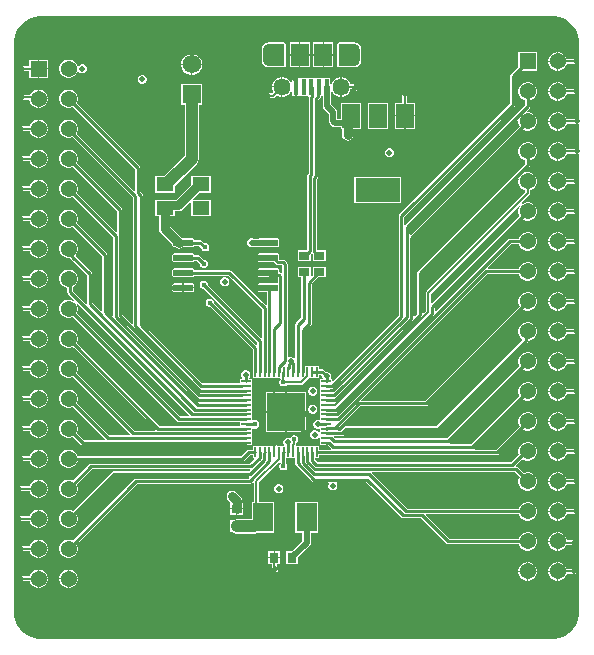
<source format=gbr>
%TF.GenerationSoftware,Altium Limited,Altium Designer,24.10.1 (45)*%
G04 Layer_Physical_Order=1*
G04 Layer_Color=255*
%FSLAX45Y45*%
%MOMM*%
%TF.SameCoordinates,4DA1E9EC-797C-4A4C-9375-46A5AD340D12*%
%TF.FilePolarity,Positive*%
%TF.FileFunction,Copper,L1,Top,Signal*%
%TF.Part,Single*%
G01*
G75*
%TA.AperFunction,NonConductor*%
%ADD10C,0.50000*%
%TA.AperFunction,SMDPad,CuDef*%
%ADD11R,0.40000X1.35000*%
%ADD12R,1.50000X1.90000*%
%ADD13R,3.80000X2.00000*%
%ADD14R,1.50000X2.00000*%
%ADD15R,0.81280X0.17780*%
%ADD16R,0.17780X0.81280*%
%ADD17R,3.20040X3.20040*%
%ADD18R,0.90000X0.80000*%
%ADD19R,1.45000X1.20000*%
G04:AMPARAMS|DCode=20|XSize=1.61mm|YSize=0.58mm|CornerRadius=0.0725mm|HoleSize=0mm|Usage=FLASHONLY|Rotation=0.000|XOffset=0mm|YOffset=0mm|HoleType=Round|Shape=RoundedRectangle|*
%AMROUNDEDRECTD20*
21,1,1.61000,0.43500,0,0,0.0*
21,1,1.46500,0.58000,0,0,0.0*
1,1,0.14500,0.73250,-0.21750*
1,1,0.14500,-0.73250,-0.21750*
1,1,0.14500,-0.73250,0.21750*
1,1,0.14500,0.73250,0.21750*
%
%ADD20ROUNDEDRECTD20*%
%ADD21R,1.70000X2.40000*%
%ADD22R,0.80000X0.90000*%
%ADD23R,0.90000X0.70000*%
%TA.AperFunction,Conductor*%
%ADD24C,0.23741*%
%ADD25C,0.25400*%
%ADD26C,0.25000*%
%ADD27C,0.20000*%
%ADD28C,0.50000*%
%ADD29C,0.75000*%
%ADD30C,1.00000*%
%TA.AperFunction,ComponentPad*%
%ADD31C,1.37000*%
%ADD32R,1.37000X1.37000*%
%ADD33C,1.45000*%
%ADD34C,1.57000*%
%ADD35R,1.57000X1.57000*%
%TA.AperFunction,ViaPad*%
%ADD36C,0.45000*%
%ADD37C,0.50000*%
G36*
X4640141Y5063332D02*
X4682655Y5045722D01*
X4720916Y5020157D01*
X4753456Y4987617D01*
X4779022Y4949355D01*
X4796632Y4906841D01*
X4805609Y4861709D01*
Y4688837D01*
X4795450Y4687837D01*
X4794190Y4694167D01*
X4789735Y4700835D01*
X4783066Y4705290D01*
X4775200Y4706855D01*
X4698727D01*
X4696099Y4716662D01*
X4685743Y4734598D01*
X4671098Y4749243D01*
X4653162Y4759599D01*
X4633156Y4764960D01*
X4627880D01*
Y4686300D01*
Y4607640D01*
X4633156D01*
X4653162Y4613001D01*
X4671098Y4623357D01*
X4685743Y4638002D01*
X4696099Y4655938D01*
X4698727Y4665745D01*
X4775200D01*
X4783066Y4667310D01*
X4789735Y4671765D01*
X4794190Y4678434D01*
X4795450Y4684763D01*
X4805609Y4683763D01*
Y4434837D01*
X4795450Y4433837D01*
X4794190Y4440167D01*
X4789735Y4446835D01*
X4783066Y4451290D01*
X4775200Y4452855D01*
X4698727D01*
X4696099Y4462662D01*
X4685743Y4480598D01*
X4671098Y4495243D01*
X4653162Y4505599D01*
X4633156Y4510960D01*
X4627880D01*
Y4432300D01*
Y4353640D01*
X4633156D01*
X4653162Y4359001D01*
X4671098Y4369357D01*
X4685743Y4384002D01*
X4696099Y4401938D01*
X4698727Y4411745D01*
X4775200D01*
X4783066Y4413310D01*
X4789735Y4417765D01*
X4794190Y4424434D01*
X4795450Y4430763D01*
X4805609Y4429763D01*
Y4202933D01*
X4795792Y4197305D01*
X4795449Y4197353D01*
X4787900Y4198855D01*
X4698727D01*
X4696099Y4208662D01*
X4685743Y4226598D01*
X4671098Y4241243D01*
X4653162Y4251599D01*
X4633156Y4256960D01*
X4627880D01*
Y4178300D01*
X4622800D01*
D01*
X4627880D01*
Y4099640D01*
X4633156D01*
X4653162Y4105001D01*
X4671098Y4115357D01*
X4685743Y4130002D01*
X4696099Y4147938D01*
X4698727Y4157745D01*
X4787900D01*
X4795449Y4159247D01*
X4795792Y4159295D01*
X4805609Y4153667D01*
Y3948933D01*
X4795792Y3943305D01*
X4795449Y3943353D01*
X4787900Y3944855D01*
X4698727D01*
X4696099Y3954662D01*
X4685743Y3972598D01*
X4671098Y3987243D01*
X4653162Y3997599D01*
X4633156Y4002960D01*
X4627880D01*
Y3924300D01*
Y3845640D01*
X4633156D01*
X4653162Y3851001D01*
X4671098Y3861357D01*
X4685743Y3876002D01*
X4696099Y3893938D01*
X4698727Y3903745D01*
X4787900D01*
X4795449Y3905247D01*
X4795792Y3905295D01*
X4805609Y3899667D01*
Y3672837D01*
X4795450Y3671837D01*
X4794190Y3678167D01*
X4789735Y3684835D01*
X4783066Y3689290D01*
X4775200Y3690855D01*
X4698727D01*
X4696099Y3700662D01*
X4685743Y3718598D01*
X4671098Y3733243D01*
X4653162Y3743599D01*
X4633156Y3748960D01*
X4627880D01*
Y3670300D01*
Y3591640D01*
X4633156D01*
X4653162Y3597001D01*
X4671098Y3607357D01*
X4685743Y3622002D01*
X4696099Y3639938D01*
X4698727Y3649745D01*
X4775200D01*
X4783066Y3651310D01*
X4789735Y3655765D01*
X4794190Y3662434D01*
X4795450Y3668763D01*
X4805609Y3667763D01*
Y3418837D01*
X4795450Y3417837D01*
X4794190Y3424167D01*
X4789735Y3430835D01*
X4783066Y3435290D01*
X4775200Y3436855D01*
X4698727D01*
X4696099Y3446662D01*
X4685743Y3464598D01*
X4671098Y3479243D01*
X4653162Y3489599D01*
X4633156Y3494960D01*
X4627880D01*
Y3416300D01*
Y3337640D01*
X4633156D01*
X4653162Y3343001D01*
X4671098Y3353357D01*
X4685743Y3368002D01*
X4696099Y3385938D01*
X4698727Y3395745D01*
X4775200D01*
X4783066Y3397310D01*
X4789735Y3401765D01*
X4794190Y3408434D01*
X4795450Y3414763D01*
X4805609Y3413763D01*
Y3164837D01*
X4795450Y3163837D01*
X4794190Y3170167D01*
X4789735Y3176835D01*
X4783066Y3181290D01*
X4775200Y3182855D01*
X4698727D01*
X4696099Y3192662D01*
X4685743Y3210598D01*
X4671098Y3225243D01*
X4653162Y3235599D01*
X4633156Y3240960D01*
X4627880D01*
Y3162300D01*
Y3083640D01*
X4633156D01*
X4653162Y3089001D01*
X4671098Y3099357D01*
X4685743Y3114002D01*
X4696099Y3131938D01*
X4698727Y3141745D01*
X4775200D01*
X4783066Y3143310D01*
X4789735Y3147765D01*
X4794190Y3154434D01*
X4795450Y3160763D01*
X4805609Y3159763D01*
Y2910837D01*
X4795450Y2909837D01*
X4794190Y2916167D01*
X4789735Y2922835D01*
X4783066Y2927290D01*
X4775200Y2928855D01*
X4698727D01*
X4696099Y2938662D01*
X4685743Y2956598D01*
X4671098Y2971243D01*
X4653162Y2981599D01*
X4633156Y2986960D01*
X4627880D01*
Y2908300D01*
Y2829640D01*
X4633156D01*
X4653162Y2835001D01*
X4671098Y2845357D01*
X4685743Y2860002D01*
X4696099Y2877938D01*
X4698727Y2887745D01*
X4775200D01*
X4783066Y2889310D01*
X4789735Y2893765D01*
X4794190Y2900434D01*
X4795450Y2906763D01*
X4805609Y2905763D01*
Y2656837D01*
X4795450Y2655837D01*
X4794190Y2662167D01*
X4789735Y2668835D01*
X4783066Y2673290D01*
X4775200Y2674855D01*
X4698727D01*
X4696099Y2684662D01*
X4685743Y2702598D01*
X4671098Y2717243D01*
X4653162Y2727599D01*
X4633156Y2732960D01*
X4627880D01*
Y2654300D01*
Y2575640D01*
X4633156D01*
X4653162Y2581001D01*
X4671098Y2591357D01*
X4685743Y2606002D01*
X4696099Y2623938D01*
X4698727Y2633745D01*
X4775200D01*
X4783066Y2635310D01*
X4789735Y2639765D01*
X4794190Y2646434D01*
X4795450Y2652763D01*
X4805609Y2651763D01*
Y2402837D01*
X4795450Y2401837D01*
X4794190Y2408167D01*
X4789735Y2414835D01*
X4783066Y2419290D01*
X4775200Y2420855D01*
X4698727D01*
X4696099Y2430662D01*
X4685743Y2448598D01*
X4671098Y2463243D01*
X4653162Y2473599D01*
X4633156Y2478960D01*
X4627880D01*
Y2400300D01*
Y2321640D01*
X4633156D01*
X4653162Y2327001D01*
X4671098Y2337357D01*
X4685743Y2352002D01*
X4696099Y2369938D01*
X4698727Y2379745D01*
X4775200D01*
X4783066Y2381310D01*
X4789735Y2385765D01*
X4794190Y2392434D01*
X4795450Y2398763D01*
X4805609Y2397763D01*
Y2148837D01*
X4795450Y2147837D01*
X4794190Y2154167D01*
X4789735Y2160835D01*
X4783066Y2165290D01*
X4775200Y2166855D01*
X4698727D01*
X4696099Y2176662D01*
X4685743Y2194598D01*
X4671098Y2209243D01*
X4653162Y2219599D01*
X4633156Y2224960D01*
X4627880D01*
Y2146300D01*
Y2067640D01*
X4633156D01*
X4653162Y2073001D01*
X4671098Y2083357D01*
X4685743Y2098002D01*
X4696099Y2115938D01*
X4698727Y2125745D01*
X4775200D01*
X4783066Y2127310D01*
X4789735Y2131765D01*
X4794190Y2138434D01*
X4795450Y2144763D01*
X4805609Y2143763D01*
Y1894837D01*
X4795450Y1893837D01*
X4794190Y1900167D01*
X4789735Y1906835D01*
X4783066Y1911290D01*
X4775200Y1912855D01*
X4698727D01*
X4696099Y1922662D01*
X4685743Y1940598D01*
X4671098Y1955243D01*
X4653162Y1965599D01*
X4633156Y1970960D01*
X4627880D01*
Y1892300D01*
Y1813640D01*
X4633156D01*
X4653162Y1819001D01*
X4671098Y1829357D01*
X4685743Y1844002D01*
X4696099Y1861938D01*
X4698727Y1871745D01*
X4775200D01*
X4783066Y1873310D01*
X4789735Y1877765D01*
X4794190Y1884434D01*
X4795450Y1890763D01*
X4805609Y1889763D01*
Y1640837D01*
X4795450Y1639837D01*
X4794190Y1646167D01*
X4789735Y1652835D01*
X4783066Y1657290D01*
X4775200Y1658855D01*
X4698727D01*
X4696099Y1668662D01*
X4685743Y1686598D01*
X4671098Y1701243D01*
X4653162Y1711599D01*
X4633156Y1716960D01*
X4627880D01*
Y1638300D01*
Y1559640D01*
X4633156D01*
X4653162Y1565001D01*
X4671098Y1575357D01*
X4685743Y1590002D01*
X4696099Y1607938D01*
X4698727Y1617745D01*
X4775200D01*
X4783066Y1619310D01*
X4789735Y1623765D01*
X4794190Y1630434D01*
X4795450Y1636763D01*
X4805609Y1635763D01*
Y1386837D01*
X4795450Y1385837D01*
X4794190Y1392167D01*
X4789735Y1398835D01*
X4783066Y1403290D01*
X4775200Y1404855D01*
X4698727D01*
X4696099Y1414662D01*
X4685743Y1432598D01*
X4671098Y1447243D01*
X4653162Y1457599D01*
X4633156Y1462960D01*
X4627880D01*
Y1384300D01*
Y1305640D01*
X4633156D01*
X4653162Y1311001D01*
X4671098Y1321357D01*
X4685743Y1336002D01*
X4696099Y1353938D01*
X4698727Y1363745D01*
X4775200D01*
X4783066Y1365310D01*
X4789735Y1369765D01*
X4794190Y1376434D01*
X4795450Y1382763D01*
X4805609Y1381763D01*
Y1132837D01*
X4795450Y1131837D01*
X4794190Y1138167D01*
X4789735Y1144835D01*
X4783066Y1149290D01*
X4775200Y1150855D01*
X4698727D01*
X4696099Y1160662D01*
X4685743Y1178598D01*
X4671098Y1193243D01*
X4653162Y1203599D01*
X4633156Y1208960D01*
X4627880D01*
Y1130300D01*
Y1051640D01*
X4633156D01*
X4653162Y1057001D01*
X4671098Y1067357D01*
X4685743Y1082002D01*
X4696099Y1099938D01*
X4698727Y1109745D01*
X4775200D01*
X4783066Y1111310D01*
X4789735Y1115765D01*
X4794190Y1122434D01*
X4795450Y1128763D01*
X4805609Y1127763D01*
Y878837D01*
X4795450Y877837D01*
X4794190Y884167D01*
X4789735Y890835D01*
X4783066Y895290D01*
X4775200Y896855D01*
X4698727D01*
X4696099Y906662D01*
X4685743Y924598D01*
X4671098Y939243D01*
X4653162Y949599D01*
X4633156Y954960D01*
X4627880D01*
Y876300D01*
Y797640D01*
X4633156D01*
X4653162Y803001D01*
X4671098Y813357D01*
X4685743Y828002D01*
X4696099Y845938D01*
X4698727Y855745D01*
X4775200D01*
X4783066Y857310D01*
X4789735Y861765D01*
X4794190Y868434D01*
X4795450Y874763D01*
X4805609Y873763D01*
Y25400D01*
Y2391D01*
X4796632Y-42741D01*
X4779022Y-85256D01*
X4753457Y-123516D01*
X4720917Y-156056D01*
X4682655Y-181622D01*
X4640140Y-199232D01*
X4595009Y-208209D01*
X230991D01*
X185859Y-199232D01*
X143344Y-181622D01*
X105084Y-156057D01*
X72544Y-123518D01*
X46978Y-85256D01*
X29368Y-42741D01*
X20391Y2391D01*
Y25400D01*
Y4838700D01*
Y4861709D01*
X29368Y4906840D01*
X46978Y4949355D01*
X72543Y4987616D01*
X105082Y5020156D01*
X143344Y5045722D01*
X185859Y5063332D01*
X230991Y5072309D01*
X4595009D01*
X4640141Y5063332D01*
D02*
G37*
%LPC*%
G36*
X2722160Y4845560D02*
X2642080D01*
Y4745480D01*
X2722160D01*
Y4845560D01*
D02*
G37*
G36*
X2631920D02*
X2551840D01*
Y4745480D01*
X2631920D01*
Y4845560D01*
D02*
G37*
G36*
X2522160D02*
X2442080D01*
Y4745480D01*
X2522160D01*
Y4845560D01*
D02*
G37*
G36*
X2431920D02*
X2351840D01*
Y4745480D01*
X2431920D01*
Y4845560D01*
D02*
G37*
G36*
X4617720Y4764960D02*
X4612444D01*
X4592438Y4759599D01*
X4574502Y4749243D01*
X4559857Y4734598D01*
X4549501Y4716662D01*
X4544140Y4696656D01*
Y4691380D01*
X4617720D01*
Y4764960D01*
D02*
G37*
G36*
X1524000Y4770355D02*
X1516134Y4768790D01*
X1509465Y4764335D01*
X1505010Y4757666D01*
X1503445Y4749800D01*
Y4747180D01*
X1489779Y4743518D01*
X1469561Y4731846D01*
X1453054Y4715339D01*
X1441382Y4695121D01*
X1435340Y4672572D01*
Y4665980D01*
X1524000D01*
X1612660D01*
Y4672572D01*
X1606618Y4695121D01*
X1594946Y4715339D01*
X1578439Y4731846D01*
X1558221Y4743518D01*
X1544555Y4747180D01*
Y4749800D01*
X1542990Y4757666D01*
X1538535Y4764335D01*
X1531866Y4768790D01*
X1524000Y4770355D01*
D02*
G37*
G36*
X2722160Y4735320D02*
X2642080D01*
Y4635240D01*
X2722160D01*
Y4735320D01*
D02*
G37*
G36*
X2631920D02*
X2551840D01*
Y4635240D01*
X2631920D01*
Y4735320D01*
D02*
G37*
G36*
X2522160D02*
X2442080D01*
Y4635240D01*
X2522160D01*
Y4735320D01*
D02*
G37*
G36*
X2431920D02*
X2351840D01*
Y4635240D01*
X2431920D01*
Y4735320D01*
D02*
G37*
G36*
X2897000Y4846739D02*
X2895284Y4846397D01*
X2767000D01*
X2759224Y4843176D01*
X2756003Y4835400D01*
Y4645400D01*
X2759224Y4637624D01*
X2767000Y4634403D01*
X2895285D01*
X2897000Y4634062D01*
X2920473Y4638731D01*
X2940373Y4652027D01*
X2953669Y4671927D01*
X2958339Y4695400D01*
X2957997Y4697115D01*
X2957995Y4783674D01*
X2958339Y4785400D01*
X2953669Y4808873D01*
X2940373Y4828773D01*
X2920473Y4842070D01*
X2897000Y4846739D01*
D02*
G37*
G36*
X2177000Y4846738D02*
X2153527Y4842069D01*
X2133627Y4828773D01*
X2120331Y4808873D01*
X2115662Y4785400D01*
X2116003Y4783685D01*
X2116005Y4697126D01*
X2115662Y4695400D01*
X2120331Y4671927D01*
X2133627Y4652027D01*
X2153527Y4638730D01*
X2177000Y4634061D01*
X2178716Y4634403D01*
X2307000D01*
X2314776Y4637624D01*
X2317997Y4645400D01*
Y4835400D01*
X2314776Y4843176D01*
X2307000Y4846397D01*
X2178715D01*
X2177000Y4846738D01*
D02*
G37*
G36*
X307260Y4701460D02*
X233680D01*
Y4627880D01*
X307260D01*
Y4701460D01*
D02*
G37*
G36*
X4617720Y4681220D02*
X4544140D01*
Y4675944D01*
X4549501Y4655938D01*
X4559857Y4638002D01*
X4574502Y4623357D01*
X4592438Y4613001D01*
X4612444Y4607640D01*
X4617720D01*
Y4681220D01*
D02*
G37*
G36*
X492956Y4701460D02*
X472244D01*
X452238Y4696099D01*
X434302Y4685743D01*
X419657Y4671098D01*
X409301Y4653162D01*
X403940Y4633156D01*
Y4612444D01*
X409301Y4592438D01*
X419657Y4574502D01*
X434302Y4559857D01*
X452238Y4549501D01*
X472244Y4544140D01*
X492956D01*
X512962Y4549501D01*
X530898Y4559857D01*
X545543Y4574502D01*
X555899Y4592438D01*
X556925Y4596265D01*
X568009Y4598375D01*
X575545Y4590839D01*
X589401Y4585100D01*
X604399D01*
X618255Y4590839D01*
X628861Y4601445D01*
X634600Y4615301D01*
Y4630299D01*
X628861Y4644155D01*
X618255Y4654761D01*
X604399Y4660500D01*
X589401D01*
X575545Y4654761D01*
X568009Y4647225D01*
X556925Y4649335D01*
X555899Y4653162D01*
X545543Y4671098D01*
X530898Y4685743D01*
X512962Y4696099D01*
X492956Y4701460D01*
D02*
G37*
G36*
X1612660Y4655820D02*
X1529080D01*
Y4572240D01*
X1535672D01*
X1558221Y4578282D01*
X1578439Y4589954D01*
X1594946Y4606461D01*
X1606618Y4626679D01*
X1612660Y4649228D01*
Y4655820D01*
D02*
G37*
G36*
X1518920D02*
X1435340D01*
Y4649228D01*
X1441382Y4626679D01*
X1453054Y4606461D01*
X1469561Y4589954D01*
X1489779Y4578282D01*
X1512328Y4572240D01*
X1518920D01*
Y4655820D01*
D02*
G37*
G36*
X307260Y4617720D02*
X233680D01*
Y4544140D01*
X307260D01*
Y4617720D01*
D02*
G37*
G36*
X223520Y4701460D02*
X149940D01*
Y4643355D01*
X88900D01*
X81034Y4641790D01*
X74365Y4637335D01*
X69910Y4630666D01*
X68345Y4622800D01*
X69910Y4614934D01*
X74365Y4608265D01*
X81034Y4603810D01*
X88900Y4602245D01*
X149940D01*
Y4544140D01*
X223520D01*
Y4622800D01*
Y4701460D01*
D02*
G37*
G36*
X1112399Y4571600D02*
X1097401D01*
X1083545Y4565861D01*
X1072939Y4555255D01*
X1067200Y4541399D01*
Y4526401D01*
X1072939Y4512545D01*
X1083545Y4501939D01*
X1097401Y4496200D01*
X1112399D01*
X1126255Y4501939D01*
X1136861Y4512545D01*
X1142600Y4526401D01*
Y4541399D01*
X1136861Y4555255D01*
X1126255Y4565861D01*
X1112399Y4571600D01*
D02*
G37*
G36*
X2781920Y4553060D02*
X2776118D01*
X2755095Y4547427D01*
X2736246Y4536544D01*
X2720856Y4521154D01*
X2709973Y4502305D01*
X2707320Y4492404D01*
X2697160Y4493741D01*
Y4548060D01*
X2642320D01*
X2636841Y4548060D01*
Y4548060D01*
X2632159D01*
Y4548060D01*
X2577320D01*
X2571840Y4548060D01*
Y4548060D01*
X2567159D01*
Y4548060D01*
X2512320D01*
X2506840Y4548060D01*
X2496680Y4548060D01*
X2447320D01*
X2441840Y4548060D01*
X2431680Y4548060D01*
X2412080D01*
Y4470400D01*
Y4392740D01*
X2431680D01*
X2437160Y4392740D01*
X2447320Y4392740D01*
X2496680D01*
X2506840Y4392740D01*
X2514538Y4384073D01*
Y3740525D01*
X2505896Y3731883D01*
X2501027Y3724596D01*
X2499317Y3716000D01*
Y3086960D01*
X2421340D01*
Y2996640D01*
X2531660D01*
Y3055194D01*
X2533140Y3056674D01*
X2540000Y3060046D01*
X2546860Y3056674D01*
X2548340Y3055194D01*
Y2996640D01*
X2658660D01*
Y3086960D01*
X2580683D01*
Y3691601D01*
X2589325Y3700243D01*
X2594194Y3707530D01*
X2595904Y3716126D01*
Y4359675D01*
X2609754Y4373525D01*
X2614623Y4380812D01*
X2616333Y4389408D01*
Y4392740D01*
X2631151D01*
Y4305300D01*
X2633880Y4291581D01*
X2641651Y4279951D01*
X2681951Y4239651D01*
Y4182636D01*
X2684680Y4168917D01*
X2692451Y4157287D01*
X2710025Y4139714D01*
X2721655Y4131942D01*
X2735374Y4129214D01*
X2783640D01*
Y4116440D01*
X2796206D01*
Y4064000D01*
X2799905Y4045404D01*
X2810439Y4029639D01*
X2826204Y4019105D01*
X2844800Y4015406D01*
X2863396Y4019105D01*
X2879161Y4029639D01*
X2889695Y4045404D01*
X2893394Y4064000D01*
Y4116440D01*
X2953960D01*
Y4336760D01*
X2783640D01*
Y4200911D01*
X2753649D01*
Y4254500D01*
X2750920Y4268219D01*
X2743149Y4279849D01*
X2702849Y4320149D01*
Y4430514D01*
X2713009Y4433237D01*
X2720856Y4419646D01*
X2736246Y4404256D01*
X2755095Y4393373D01*
X2776118Y4387740D01*
X2781920D01*
Y4470400D01*
Y4553060D01*
D02*
G37*
G36*
X2281920D02*
X2276118D01*
X2255095Y4547427D01*
X2236246Y4536544D01*
X2220856Y4521154D01*
X2209973Y4502305D01*
X2204340Y4481282D01*
Y4475480D01*
X2281920D01*
Y4553060D01*
D02*
G37*
G36*
X4617720Y4510960D02*
X4612444D01*
X4592438Y4505599D01*
X4574502Y4495243D01*
X4559857Y4480598D01*
X4549501Y4462662D01*
X4544140Y4442656D01*
Y4437380D01*
X4617720D01*
Y4510960D01*
D02*
G37*
G36*
X2797882Y4553060D02*
X2792080D01*
Y4470400D01*
Y4387740D01*
X2797882D01*
X2818905Y4393373D01*
X2837754Y4404256D01*
X2853144Y4419646D01*
X2864027Y4438495D01*
X2867068Y4449845D01*
X2887086D01*
X2893766Y4443165D01*
X2900434Y4438710D01*
X2908300Y4437145D01*
X2916166Y4438710D01*
X2922835Y4443165D01*
X2927290Y4449834D01*
X2928855Y4457700D01*
X2927290Y4465566D01*
X2922835Y4472234D01*
X2910135Y4484935D01*
X2903466Y4489390D01*
X2895600Y4490955D01*
X2895599Y4490955D01*
X2867068D01*
X2864027Y4502305D01*
X2853144Y4521154D01*
X2837754Y4536544D01*
X2818905Y4547427D01*
X2797882Y4553060D01*
D02*
G37*
G36*
X2297882D02*
X2292080D01*
Y4470400D01*
Y4387740D01*
X2297882D01*
X2318905Y4393373D01*
X2337754Y4404256D01*
X2353144Y4419646D01*
X2364027Y4438495D01*
X2366680Y4448396D01*
X2376840Y4447059D01*
Y4392740D01*
X2401920D01*
Y4470400D01*
Y4548060D01*
X2376840D01*
Y4493741D01*
X2366680Y4492404D01*
X2364027Y4502305D01*
X2353144Y4521154D01*
X2337754Y4536544D01*
X2318905Y4547427D01*
X2297882Y4553060D01*
D02*
G37*
G36*
X2281920Y4465320D02*
X2204340D01*
Y4459518D01*
X2209973Y4438495D01*
X2215849Y4428318D01*
X2202286Y4414755D01*
X2171700D01*
X2163834Y4413190D01*
X2157165Y4408735D01*
X2152710Y4402066D01*
X2151145Y4394200D01*
X2152710Y4386334D01*
X2157165Y4379665D01*
X2163834Y4375210D01*
X2171700Y4373645D01*
X2210799D01*
X2210800Y4373645D01*
X2218666Y4375210D01*
X2225335Y4379665D01*
X2244918Y4399249D01*
X2255095Y4393373D01*
X2276118Y4387740D01*
X2281920D01*
Y4465320D01*
D02*
G37*
G36*
X238956Y4447460D02*
X233680D01*
Y4373880D01*
X307260D01*
Y4379156D01*
X301899Y4399162D01*
X291543Y4417098D01*
X276898Y4431743D01*
X258962Y4442099D01*
X238956Y4447460D01*
D02*
G37*
G36*
X4617720Y4427220D02*
X4544140D01*
Y4421944D01*
X4549501Y4401938D01*
X4559857Y4384002D01*
X4574502Y4369357D01*
X4592438Y4359001D01*
X4612444Y4353640D01*
X4617720D01*
Y4427220D01*
D02*
G37*
G36*
X307260Y4363720D02*
X233680D01*
Y4290140D01*
X238956D01*
X258962Y4295501D01*
X276898Y4305857D01*
X291543Y4320502D01*
X301899Y4338438D01*
X307260Y4358444D01*
Y4363720D01*
D02*
G37*
G36*
X223520Y4447460D02*
X218244D01*
X198238Y4442099D01*
X180302Y4431743D01*
X165657Y4417098D01*
X156971Y4402055D01*
X88900D01*
X81034Y4400490D01*
X74365Y4396035D01*
X69910Y4389366D01*
X68345Y4381500D01*
X69910Y4373634D01*
X74365Y4366965D01*
X81034Y4362510D01*
X88900Y4360945D01*
X149940D01*
Y4358444D01*
X155301Y4338438D01*
X165657Y4320502D01*
X180302Y4305857D01*
X198238Y4295501D01*
X218244Y4290140D01*
X223520D01*
Y4368800D01*
Y4447460D01*
D02*
G37*
G36*
X3327400Y4427455D02*
X3319534Y4425890D01*
X3312865Y4421435D01*
X3308410Y4414766D01*
X3306845Y4406900D01*
X3308245Y4399861D01*
Y4336760D01*
X3243640D01*
Y4231680D01*
X3413960D01*
Y4336760D01*
X3349355D01*
Y4405500D01*
X3347790Y4413366D01*
X3343335Y4420035D01*
X3341935Y4421435D01*
X3335266Y4425890D01*
X3327400Y4427455D01*
D02*
G37*
G36*
X4617720Y4256960D02*
X4612444D01*
X4592438Y4251599D01*
X4574502Y4241243D01*
X4559857Y4226598D01*
X4549501Y4208662D01*
X4544140Y4188656D01*
Y4183380D01*
X4617720D01*
Y4256960D01*
D02*
G37*
G36*
X238956Y4193460D02*
X233680D01*
Y4119880D01*
X307260D01*
Y4125156D01*
X301899Y4145162D01*
X291543Y4163098D01*
X276898Y4177743D01*
X258962Y4188099D01*
X238956Y4193460D01*
D02*
G37*
G36*
X3413960Y4221520D02*
X3333880D01*
Y4116440D01*
X3413960D01*
Y4221520D01*
D02*
G37*
G36*
X3323720D02*
X3243640D01*
Y4116440D01*
X3323720D01*
Y4221520D01*
D02*
G37*
G36*
X3183960Y4336760D02*
X3013640D01*
Y4116440D01*
X3183960D01*
Y4336760D01*
D02*
G37*
G36*
X4617720Y4173220D02*
X4544140D01*
Y4167944D01*
X4549501Y4147938D01*
X4559857Y4130002D01*
X4574502Y4115357D01*
X4592438Y4105001D01*
X4612444Y4099640D01*
X4617720D01*
Y4173220D01*
D02*
G37*
G36*
X4447460Y4764960D02*
X4290140D01*
Y4639406D01*
X4225917Y4575183D01*
X4221048Y4567896D01*
X4219338Y4559300D01*
Y4327304D01*
X3282776Y3390742D01*
X3277906Y3383454D01*
X3276196Y3374859D01*
Y2533263D01*
X2722447Y1979513D01*
X2713060Y1983401D01*
Y1996090D01*
X2709190D01*
X2702401Y2006250D01*
X2704700Y2011801D01*
Y2026799D01*
X2698961Y2040655D01*
X2688355Y2051261D01*
X2674499Y2057000D01*
X2661974D01*
X2645237Y2073737D01*
X2637741Y2078745D01*
X2628900Y2080504D01*
X2600950D01*
Y2108200D01*
X2562851D01*
Y2108201D01*
X2560950D01*
Y2108200D01*
X2531110D01*
X2522851Y2108200D01*
Y2108201D01*
X2520949D01*
Y2108200D01*
X2485208D01*
Y2400060D01*
X2531081Y2445934D01*
X2536134Y2453495D01*
X2537908Y2462415D01*
Y2803246D01*
X2591302Y2856640D01*
X2658660D01*
Y2946960D01*
X2548340D01*
Y2879602D01*
X2541047Y2872309D01*
X2531660Y2876197D01*
Y2946960D01*
X2421340D01*
Y2856640D01*
X2453192D01*
Y2517469D01*
X2405419Y2469696D01*
X2400367Y2462134D01*
X2398592Y2453215D01*
Y2177592D01*
X2388432Y2173384D01*
X2383555Y2178261D01*
X2369699Y2184000D01*
X2354701D01*
X2345252Y2180086D01*
X2335092Y2185782D01*
Y2970593D01*
X2333382Y2979189D01*
X2328512Y2986476D01*
X2314605Y3000383D01*
X2307318Y3005253D01*
X2298722Y3006962D01*
X2263541D01*
X2262701Y3007802D01*
Y3044350D01*
X2261350Y3051143D01*
X2257502Y3056902D01*
X2251743Y3060750D01*
X2244950Y3062101D01*
X2098450D01*
X2091657Y3060750D01*
X2085898Y3056902D01*
X2082050Y3051143D01*
X2080699Y3044350D01*
Y3000850D01*
X2082050Y2994057D01*
X2085898Y2988298D01*
X2091657Y2984450D01*
X2098450Y2983099D01*
X2224062D01*
X2224446Y2982525D01*
X2238354Y2968617D01*
X2245641Y2963748D01*
X2254237Y2962038D01*
X2289418D01*
X2290167Y2961289D01*
Y2894762D01*
X2280007Y2890553D01*
X2276206Y2894354D01*
X2268919Y2899223D01*
X2262701Y2900460D01*
Y2917350D01*
X2261350Y2924143D01*
X2257502Y2929902D01*
X2251743Y2933750D01*
X2244950Y2935101D01*
X2098450D01*
X2091657Y2933750D01*
X2085898Y2929902D01*
X2082050Y2924143D01*
X2080699Y2917350D01*
Y2873850D01*
X2082050Y2867057D01*
X2085898Y2861298D01*
X2091657Y2857450D01*
X2098450Y2856099D01*
X2188375D01*
X2188829Y2856009D01*
X2251019D01*
X2251768Y2855259D01*
Y2817104D01*
X2244950Y2808101D01*
X2098450D01*
X2091657Y2806750D01*
X2085898Y2802902D01*
X2082050Y2797143D01*
X2080699Y2790350D01*
Y2746850D01*
X2082050Y2740057D01*
X2085898Y2734298D01*
X2091657Y2730450D01*
X2098450Y2729099D01*
X2159438D01*
Y2624993D01*
X2149278Y2620784D01*
X1857981Y2912081D01*
X1850419Y2917134D01*
X1841500Y2918908D01*
X1541391D01*
X1540350Y2924143D01*
X1536502Y2929902D01*
X1530743Y2933750D01*
X1523950Y2935101D01*
X1377450D01*
X1370657Y2933750D01*
X1364898Y2929902D01*
X1361050Y2924143D01*
X1359699Y2917350D01*
Y2873850D01*
X1361050Y2867057D01*
X1364898Y2861298D01*
X1370657Y2857450D01*
X1377450Y2856099D01*
X1523950D01*
X1530743Y2857450D01*
X1536502Y2861298D01*
X1540350Y2867057D01*
X1541391Y2872292D01*
X1831846D01*
X2118592Y2585546D01*
Y2348338D01*
X2108432Y2344130D01*
X1660800Y2791762D01*
Y2801002D01*
X1655441Y2813939D01*
X1645539Y2823841D01*
X1632602Y2829200D01*
X1618598D01*
X1605661Y2823841D01*
X1595759Y2813939D01*
X1590400Y2801002D01*
Y2786998D01*
X1595759Y2774061D01*
X1605661Y2764159D01*
X1618598Y2758800D01*
X1627838D01*
X2078592Y2308046D01*
Y2286738D01*
X2068432Y2282530D01*
X1711600Y2639362D01*
Y2648602D01*
X1706241Y2661539D01*
X1696339Y2671441D01*
X1683402Y2676800D01*
X1669398D01*
X1656461Y2671441D01*
X1646559Y2661539D01*
X1641200Y2648602D01*
Y2634598D01*
X1646559Y2621661D01*
X1656461Y2611759D01*
X1669398Y2606400D01*
X1678638D01*
X2038592Y2246446D01*
Y2057400D01*
X2040367Y2048481D01*
X2042850Y2044764D01*
Y2006600D01*
X2080950D01*
Y2006599D01*
X2082851D01*
Y2006600D01*
X2120950D01*
Y2006599D01*
X2122851D01*
Y2006600D01*
X2152690D01*
X2160950Y2006600D01*
Y2006599D01*
X2162851D01*
Y2006600D01*
X2200950D01*
Y2006599D01*
X2202851D01*
Y2006600D01*
X2240950D01*
Y2006599D01*
X2242851D01*
Y2006600D01*
X2275043D01*
X2276860Y1996440D01*
X2268859Y1988439D01*
X2263500Y1975502D01*
Y1961498D01*
X2268859Y1948561D01*
X2278761Y1938659D01*
X2291698Y1933300D01*
X2305702D01*
X2318639Y1938659D01*
X2327925Y1947945D01*
X2451099D01*
X2451100Y1947945D01*
X2458966Y1949510D01*
X2465635Y1953965D01*
X2514324Y2002655D01*
X2522850Y2006600D01*
X2560950D01*
Y2006599D01*
X2562851D01*
Y2006600D01*
X2600950D01*
Y2034296D01*
X2619330D01*
X2629300Y2024326D01*
Y2011801D01*
X2631599Y2006250D01*
X2624810Y1996090D01*
X2611460D01*
Y1966250D01*
X2611460Y1957990D01*
X2611460D01*
Y1956090D01*
X2611460D01*
Y1926250D01*
X2611460Y1917991D01*
X2611460D01*
Y1916089D01*
X2611460D01*
Y1877990D01*
X2611460Y1877990D01*
Y1876089D01*
X2611460D01*
X2611460Y1867830D01*
Y1837990D01*
X2611460Y1837990D01*
Y1836090D01*
X2611460D01*
X2611460Y1827830D01*
Y1806250D01*
X2611460Y1797991D01*
X2611460D01*
Y1796089D01*
X2611460D01*
Y1757990D01*
X2611460Y1757990D01*
Y1756089D01*
X2611460D01*
X2611460Y1747830D01*
Y1717990D01*
X2611460Y1717990D01*
Y1716090D01*
X2611460D01*
X2611460Y1707830D01*
Y1677991D01*
X2611460D01*
Y1676090D01*
X2611460D01*
Y1654292D01*
X2603012Y1648648D01*
X2598299Y1650600D01*
X2583301D01*
X2569445Y1644861D01*
X2558839Y1634255D01*
X2553100Y1620399D01*
Y1605401D01*
X2558839Y1591545D01*
X2569445Y1580939D01*
X2583301Y1575200D01*
X2598299D01*
X2603012Y1577152D01*
X2611460Y1571508D01*
Y1557991D01*
X2611460D01*
Y1556090D01*
X2611460D01*
Y1537865D01*
X2601300Y1535845D01*
X2597361Y1545355D01*
X2586755Y1555961D01*
X2572899Y1561700D01*
X2557901D01*
X2544045Y1555961D01*
X2533439Y1545355D01*
X2527700Y1531499D01*
Y1516501D01*
X2533439Y1502645D01*
X2544045Y1492039D01*
X2557901Y1486300D01*
X2572899D01*
X2586755Y1492039D01*
X2597361Y1502645D01*
X2601300Y1512155D01*
X2611460Y1510135D01*
Y1477990D01*
X2611460Y1477990D01*
Y1476090D01*
X2611460D01*
X2611460Y1467830D01*
Y1437990D01*
X2651117D01*
X2653664Y1436288D01*
X2662260Y1434578D01*
X2678745D01*
X2704020Y1409302D01*
X2700080Y1399142D01*
X2600950D01*
Y1427480D01*
X2562851D01*
Y1427481D01*
X2560950D01*
Y1427480D01*
X2522851D01*
Y1427481D01*
X2520949D01*
Y1427480D01*
X2491110D01*
X2482851Y1427480D01*
Y1427481D01*
X2480950D01*
Y1427480D01*
X2442851D01*
X2442850Y1427481D01*
X2440950D01*
Y1427480D01*
X2432690Y1427480D01*
X2412556D01*
X2409626Y1430050D01*
X2405528Y1437640D01*
X2406416Y1442103D01*
X2406416Y1442105D01*
Y1455855D01*
X2410583Y1457581D01*
X2420485Y1467483D01*
X2425844Y1480420D01*
Y1494424D01*
X2420485Y1507361D01*
X2410583Y1517263D01*
X2397646Y1522622D01*
X2383643D01*
X2370705Y1517263D01*
X2360804Y1507361D01*
X2355445Y1494424D01*
X2354668Y1493905D01*
X2344299Y1498200D01*
X2329301D01*
X2315445Y1492461D01*
X2304839Y1481855D01*
X2299100Y1467999D01*
Y1453001D01*
X2304839Y1439145D01*
X2306344Y1437640D01*
X2302136Y1427480D01*
X2291110D01*
X2282851Y1427480D01*
Y1427481D01*
X2280950D01*
Y1427480D01*
X2242850D01*
X2242455Y1437476D01*
Y1444784D01*
X2243055Y1447800D01*
X2241490Y1455666D01*
X2237034Y1462334D01*
X2230366Y1466790D01*
X2222500Y1468355D01*
X2214634Y1466790D01*
X2207965Y1462334D01*
X2207365Y1461735D01*
X2202910Y1455066D01*
X2201345Y1447200D01*
X2201345Y1447199D01*
Y1437476D01*
X2200950Y1427480D01*
X2162851D01*
Y1427481D01*
X2160950D01*
Y1427480D01*
X2131110D01*
X2122851Y1427480D01*
Y1427481D01*
X2120950D01*
Y1427480D01*
X2091110D01*
X2082851Y1427480D01*
Y1427481D01*
X2080950D01*
Y1427480D01*
X2042850D01*
Y1399142D01*
X2006600D01*
X1998004Y1397432D01*
X1990717Y1392563D01*
X1941416Y1343262D01*
X558016D01*
X555899Y1351162D01*
X545543Y1369098D01*
X530898Y1383743D01*
X512962Y1394099D01*
X492956Y1399460D01*
X472244D01*
X452238Y1394099D01*
X434302Y1383743D01*
X419657Y1369098D01*
X409301Y1351162D01*
X403940Y1331156D01*
Y1310444D01*
X409301Y1290438D01*
X419657Y1272502D01*
X434302Y1257857D01*
X452238Y1247501D01*
X472244Y1242140D01*
X492956D01*
X512962Y1247501D01*
X530898Y1257857D01*
X545543Y1272502D01*
X555899Y1290438D01*
X558016Y1298338D01*
X1950720D01*
X1959316Y1300048D01*
X1966603Y1304917D01*
X2015904Y1354218D01*
X2042850D01*
Y1325880D01*
X2048678D01*
X2052566Y1316493D01*
X2015835Y1279762D01*
X673100D01*
X664504Y1278052D01*
X657217Y1273183D01*
X520044Y1136010D01*
X512962Y1140099D01*
X492956Y1145460D01*
X472244D01*
X452238Y1140099D01*
X434302Y1129743D01*
X419657Y1115098D01*
X409301Y1097162D01*
X403940Y1077156D01*
Y1056444D01*
X409301Y1036438D01*
X419657Y1018502D01*
X434302Y1003857D01*
X452238Y993501D01*
X472244Y988140D01*
X492956D01*
X512962Y993501D01*
X530898Y1003857D01*
X545543Y1018502D01*
X555899Y1036438D01*
X561260Y1056444D01*
Y1077156D01*
X555899Y1097162D01*
X551810Y1104244D01*
X682404Y1234838D01*
X2014203D01*
X2018412Y1224678D01*
X2009996Y1216262D01*
X863600D01*
X855004Y1214552D01*
X847717Y1209683D01*
X520044Y882010D01*
X512962Y886099D01*
X492956Y891460D01*
X472244D01*
X452238Y886099D01*
X434302Y875743D01*
X419657Y861098D01*
X409301Y843162D01*
X403940Y823156D01*
Y802444D01*
X409301Y782438D01*
X419657Y764502D01*
X434302Y749857D01*
X452238Y739501D01*
X472244Y734140D01*
X492956D01*
X512962Y739501D01*
X530898Y749857D01*
X545543Y764502D01*
X555899Y782438D01*
X561260Y802444D01*
Y823156D01*
X555899Y843162D01*
X551810Y850244D01*
X872904Y1171338D01*
X2008544D01*
X2012752Y1161178D01*
X2004337Y1152762D01*
X1054100D01*
X1045504Y1151052D01*
X1038217Y1146183D01*
X520044Y628010D01*
X512962Y632099D01*
X492956Y637460D01*
X472244D01*
X452238Y632099D01*
X434302Y621743D01*
X419657Y607098D01*
X409301Y589162D01*
X403940Y569156D01*
Y548444D01*
X409301Y528438D01*
X419657Y510502D01*
X434302Y495857D01*
X452238Y485501D01*
X472244Y480140D01*
X492956D01*
X512962Y485501D01*
X530898Y495857D01*
X545543Y510502D01*
X555899Y528438D01*
X561260Y548444D01*
Y569156D01*
X555899Y589162D01*
X551810Y596244D01*
X1063404Y1107838D01*
X2013641D01*
X2022236Y1109548D01*
X2029524Y1114417D01*
X2039385Y1124278D01*
X2049545Y1120070D01*
Y955660D01*
X2031240D01*
Y810638D01*
X1905000D01*
X1881527Y805969D01*
X1871785Y799460D01*
X1849840D01*
Y775032D01*
X1848331Y772773D01*
X1843662Y749300D01*
X1848331Y725827D01*
X1849840Y723568D01*
Y699140D01*
X1871785D01*
X1881527Y692631D01*
X1905000Y687962D01*
X2051400D01*
X2074873Y692631D01*
X2078928Y695340D01*
X2221560D01*
Y955660D01*
X2090655D01*
Y1121786D01*
X2265915Y1297046D01*
X2275214Y1293380D01*
X2276192Y1284572D01*
X2268859Y1277239D01*
X2263500Y1264302D01*
Y1250298D01*
X2268859Y1237361D01*
X2278761Y1227459D01*
X2291698Y1222100D01*
X2305702D01*
X2318639Y1227459D01*
X2328541Y1237361D01*
X2333900Y1250298D01*
Y1264302D01*
X2328541Y1277239D01*
X2323404Y1282376D01*
Y1325880D01*
X2352690D01*
X2360950Y1325880D01*
Y1325879D01*
X2362850D01*
Y1325880D01*
X2399438D01*
Y1281968D01*
X2401148Y1273373D01*
X2406017Y1266085D01*
X2544986Y1127117D01*
X2552273Y1122248D01*
X2560869Y1120538D01*
X2679547D01*
X2684523Y1110378D01*
X2680100Y1099699D01*
Y1084701D01*
X2685839Y1070845D01*
X2696445Y1060239D01*
X2710301Y1054500D01*
X2725299D01*
X2739155Y1060239D01*
X2749761Y1070845D01*
X2755500Y1084701D01*
Y1099699D01*
X2751077Y1110378D01*
X2756053Y1120538D01*
X3000596D01*
X3294618Y826515D01*
X3301906Y821646D01*
X3310501Y819936D01*
X3466297D01*
X3679817Y606417D01*
X3687104Y601548D01*
X3695700Y599838D01*
X4293384D01*
X4295501Y591938D01*
X4305857Y574002D01*
X4320502Y559357D01*
X4338438Y549001D01*
X4358444Y543640D01*
X4379156D01*
X4399162Y549001D01*
X4417098Y559357D01*
X4431743Y574002D01*
X4442099Y591938D01*
X4447460Y611944D01*
Y632656D01*
X4442099Y652662D01*
X4431743Y670598D01*
X4417098Y685243D01*
X4399162Y695599D01*
X4379156Y700960D01*
X4358444D01*
X4338438Y695599D01*
X4320502Y685243D01*
X4305857Y670598D01*
X4295501Y652662D01*
X4293384Y644762D01*
X3705004D01*
X3505315Y844451D01*
X3509203Y853838D01*
X4293384D01*
X4295501Y845938D01*
X4305857Y828002D01*
X4320502Y813357D01*
X4338438Y803001D01*
X4358444Y797640D01*
X4379156D01*
X4399162Y803001D01*
X4417098Y813357D01*
X4431743Y828002D01*
X4442099Y845938D01*
X4447460Y865944D01*
Y886656D01*
X4442099Y906662D01*
X4431743Y924598D01*
X4417098Y939243D01*
X4399162Y949599D01*
X4379156Y954960D01*
X4358444D01*
X4338438Y949599D01*
X4320502Y939243D01*
X4305857Y924598D01*
X4295501Y906662D01*
X4293384Y898762D01*
X3349404D01*
X3048115Y1200051D01*
X3052003Y1209438D01*
X4257896D01*
X4299590Y1167744D01*
X4295501Y1160662D01*
X4290140Y1140656D01*
Y1119944D01*
X4295501Y1099938D01*
X4305857Y1082002D01*
X4320502Y1067357D01*
X4338438Y1057001D01*
X4358444Y1051640D01*
X4379156D01*
X4399162Y1057001D01*
X4417098Y1067357D01*
X4431743Y1082002D01*
X4442099Y1099938D01*
X4447460Y1119944D01*
Y1140656D01*
X4442099Y1160662D01*
X4431743Y1178598D01*
X4417098Y1193243D01*
X4399162Y1203599D01*
X4379156Y1208960D01*
X4358444D01*
X4338438Y1203599D01*
X4331356Y1199510D01*
X4283083Y1247783D01*
X4275796Y1252652D01*
X4267886Y1254226D01*
X4265387Y1258082D01*
X4263040Y1263749D01*
X4320594Y1321303D01*
X4338438Y1311001D01*
X4358444Y1305640D01*
X4379156D01*
X4399162Y1311001D01*
X4417098Y1321357D01*
X4431743Y1336002D01*
X4442099Y1353938D01*
X4447460Y1373944D01*
Y1394656D01*
X4442099Y1414662D01*
X4431743Y1432598D01*
X4417098Y1447243D01*
X4399162Y1457599D01*
X4379156Y1462960D01*
X4358444D01*
X4338438Y1457599D01*
X4320502Y1447243D01*
X4305857Y1432598D01*
X4295501Y1414662D01*
X4290140Y1394656D01*
Y1373944D01*
X4294274Y1358515D01*
X4228221Y1292462D01*
X2587004D01*
X2564362Y1315104D01*
Y1325880D01*
X2600950D01*
Y1354218D01*
X4107180D01*
X4115776Y1355928D01*
X4123063Y1360797D01*
X4331356Y1569090D01*
X4338438Y1565001D01*
X4358444Y1559640D01*
X4379156D01*
X4399162Y1565001D01*
X4417098Y1575357D01*
X4431743Y1590002D01*
X4442099Y1607938D01*
X4447460Y1627944D01*
Y1648656D01*
X4442099Y1668662D01*
X4431743Y1686598D01*
X4417098Y1701243D01*
X4399162Y1711599D01*
X4379156Y1716960D01*
X4358444D01*
X4338438Y1711599D01*
X4320502Y1701243D01*
X4305857Y1686598D01*
X4295501Y1668662D01*
X4290140Y1648656D01*
Y1627944D01*
X4295501Y1607938D01*
X4299590Y1600856D01*
X4097876Y1399142D01*
X3921508D01*
X3917568Y1409302D01*
X4331356Y1823090D01*
X4338438Y1819001D01*
X4358444Y1813640D01*
X4379156D01*
X4399162Y1819001D01*
X4417098Y1829357D01*
X4431743Y1844002D01*
X4442099Y1861938D01*
X4447460Y1881944D01*
Y1902656D01*
X4442099Y1922662D01*
X4431743Y1940598D01*
X4417098Y1955243D01*
X4399162Y1965599D01*
X4379156Y1970960D01*
X4358444D01*
X4338438Y1965599D01*
X4320502Y1955243D01*
X4305857Y1940598D01*
X4295501Y1922662D01*
X4290140Y1902656D01*
Y1881944D01*
X4295501Y1861938D01*
X4299590Y1854856D01*
X3889596Y1444862D01*
X3711231D01*
X3708149Y1455022D01*
X3711583Y1457317D01*
X4331356Y2077090D01*
X4338438Y2073001D01*
X4358444Y2067640D01*
X4379156D01*
X4399162Y2073001D01*
X4417098Y2083357D01*
X4431743Y2098002D01*
X4442099Y2115938D01*
X4447460Y2135944D01*
Y2156656D01*
X4442099Y2176662D01*
X4431743Y2194598D01*
X4417098Y2209243D01*
X4399162Y2219599D01*
X4379156Y2224960D01*
X4358444D01*
X4338438Y2219599D01*
X4320502Y2209243D01*
X4305857Y2194598D01*
X4295501Y2176662D01*
X4290140Y2156656D01*
Y2135944D01*
X4295501Y2115938D01*
X4299590Y2108856D01*
X3686396Y1495662D01*
X2736090D01*
X2727335Y1504418D01*
X2731543Y1514578D01*
X2794340D01*
X2802936Y1516288D01*
X2810223Y1521157D01*
X2841404Y1552338D01*
X2871715D01*
X2875589Y1553108D01*
X2900329D01*
X2904203Y1552338D01*
X3606800D01*
X3615396Y1554048D01*
X3622683Y1558917D01*
X4366556Y2302790D01*
X4371425Y2310077D01*
X4373135Y2318673D01*
Y2321640D01*
X4379156D01*
X4399162Y2327001D01*
X4417098Y2337357D01*
X4431743Y2352002D01*
X4442099Y2369938D01*
X4447460Y2389944D01*
Y2410656D01*
X4442099Y2430662D01*
X4431743Y2448598D01*
X4417098Y2463243D01*
X4399162Y2473599D01*
X4379156Y2478960D01*
X4358444D01*
X4338438Y2473599D01*
X4320502Y2463243D01*
X4305857Y2448598D01*
X4295501Y2430662D01*
X4290140Y2410656D01*
Y2389944D01*
X4295501Y2369938D01*
X4305857Y2352002D01*
X4320502Y2337357D01*
X4322935Y2335952D01*
X4324200Y2323966D01*
X3597496Y1597262D01*
X2907307D01*
X2903433Y1598033D01*
X2872486D01*
X2868612Y1597262D01*
X2832100D01*
X2823504Y1595552D01*
X2816217Y1590683D01*
X2785036Y1559502D01*
X2758596D01*
X2754387Y1569662D01*
X2952963Y1768238D01*
X3505200D01*
X3513796Y1769948D01*
X3521083Y1774817D01*
X4331356Y2585090D01*
X4338438Y2581001D01*
X4358444Y2575640D01*
X4379156D01*
X4399162Y2581001D01*
X4417098Y2591357D01*
X4431743Y2606002D01*
X4442099Y2623938D01*
X4447460Y2643944D01*
Y2664656D01*
X4442099Y2684662D01*
X4431743Y2702598D01*
X4417098Y2717243D01*
X4399162Y2727599D01*
X4379156Y2732960D01*
X4358444D01*
X4338438Y2727599D01*
X4320502Y2717243D01*
X4305857Y2702598D01*
X4295501Y2684662D01*
X4290140Y2664656D01*
Y2643944D01*
X4295501Y2623938D01*
X4299590Y2616856D01*
X3495896Y1813162D01*
X2963218D01*
X2959330Y1822549D01*
X4022619Y2885838D01*
X4293384D01*
X4295501Y2877938D01*
X4305857Y2860002D01*
X4320502Y2845357D01*
X4338438Y2835001D01*
X4358444Y2829640D01*
X4379156D01*
X4399162Y2835001D01*
X4417098Y2845357D01*
X4431743Y2860002D01*
X4442099Y2877938D01*
X4447460Y2897944D01*
Y2918656D01*
X4442099Y2938662D01*
X4431743Y2956598D01*
X4417098Y2971243D01*
X4399162Y2981599D01*
X4379156Y2986960D01*
X4358444D01*
X4338438Y2981599D01*
X4320502Y2971243D01*
X4305857Y2956598D01*
X4295501Y2938662D01*
X4293384Y2930762D01*
X4032875D01*
X4028987Y2940149D01*
X4228675Y3139838D01*
X4293384D01*
X4295501Y3131938D01*
X4305857Y3114002D01*
X4320502Y3099357D01*
X4338438Y3089001D01*
X4358444Y3083640D01*
X4379156D01*
X4399162Y3089001D01*
X4417098Y3099357D01*
X4431743Y3114002D01*
X4442099Y3131938D01*
X4447460Y3151944D01*
Y3172656D01*
X4442099Y3192662D01*
X4431743Y3210598D01*
X4417098Y3225243D01*
X4399162Y3235599D01*
X4379156Y3240960D01*
X4358444D01*
X4338438Y3235599D01*
X4320502Y3225243D01*
X4305857Y3210598D01*
X4295501Y3192662D01*
X4293384Y3184762D01*
X4219371D01*
X4210775Y3183052D01*
X4203488Y3178183D01*
X3591214Y2565909D01*
X3581827Y2569797D01*
Y2597561D01*
X4331356Y3347090D01*
X4338438Y3343001D01*
X4358444Y3337640D01*
X4379156D01*
X4399162Y3343001D01*
X4417098Y3353357D01*
X4431743Y3368002D01*
X4442099Y3385938D01*
X4447460Y3405944D01*
Y3426656D01*
X4442099Y3446662D01*
X4431743Y3464598D01*
X4417098Y3479243D01*
X4399162Y3489599D01*
X4379156Y3494960D01*
X4358444D01*
X4338438Y3489599D01*
X4325895Y3482357D01*
X4319656Y3490487D01*
X4383334Y3554165D01*
X4383335Y3554165D01*
X4387790Y3560834D01*
X4389355Y3568700D01*
Y3594373D01*
X4399162Y3597001D01*
X4417098Y3607357D01*
X4431743Y3622002D01*
X4442099Y3639938D01*
X4447460Y3659944D01*
Y3680656D01*
X4442099Y3700662D01*
X4431743Y3718598D01*
X4417098Y3733243D01*
X4399162Y3743599D01*
X4379156Y3748960D01*
X4358444D01*
X4352230Y3747295D01*
X4346970Y3756404D01*
X4384683Y3794117D01*
X4389552Y3801404D01*
X4391262Y3810000D01*
Y3848884D01*
X4399162Y3851001D01*
X4417098Y3861357D01*
X4431743Y3876002D01*
X4442099Y3893938D01*
X4447460Y3913944D01*
Y3934656D01*
X4442099Y3954662D01*
X4431743Y3972598D01*
X4417098Y3987243D01*
X4399162Y3997599D01*
X4379156Y4002960D01*
X4358444D01*
X4338438Y3997599D01*
X4320502Y3987243D01*
X4305857Y3972598D01*
X4295501Y3954662D01*
X4290140Y3934656D01*
Y3913944D01*
X4295501Y3893938D01*
X4305857Y3876002D01*
X4320502Y3861357D01*
X4338438Y3851001D01*
X4346338Y3848884D01*
Y3819304D01*
X3438517Y2911483D01*
X3433648Y2904196D01*
X3431938Y2895600D01*
Y2545173D01*
X3410049Y2523284D01*
X3400662Y2527172D01*
Y3178396D01*
X4331356Y4109090D01*
X4338438Y4105001D01*
X4358444Y4099640D01*
X4379156D01*
X4399162Y4105001D01*
X4417098Y4115357D01*
X4431743Y4130002D01*
X4442099Y4147938D01*
X4447460Y4167944D01*
Y4188656D01*
X4442099Y4208662D01*
X4431743Y4226598D01*
X4417098Y4241243D01*
X4399162Y4251599D01*
X4379156Y4256960D01*
X4365565D01*
X4361357Y4267120D01*
X4384683Y4290446D01*
X4389552Y4297734D01*
X4391262Y4306329D01*
Y4356884D01*
X4399162Y4359001D01*
X4417098Y4369357D01*
X4431743Y4384002D01*
X4442099Y4401938D01*
X4447460Y4421944D01*
Y4442656D01*
X4442099Y4462662D01*
X4431743Y4480598D01*
X4417098Y4495243D01*
X4399162Y4505599D01*
X4379156Y4510960D01*
X4358444D01*
X4338438Y4505599D01*
X4320502Y4495243D01*
X4305857Y4480598D01*
X4295501Y4462662D01*
X4290140Y4442656D01*
Y4421944D01*
X4295501Y4401938D01*
X4305857Y4384002D01*
X4320502Y4369357D01*
X4338438Y4359001D01*
X4346338Y4356884D01*
Y4315633D01*
X3331281Y3300577D01*
X3321121Y3304629D01*
Y3365555D01*
X4257683Y4302117D01*
X4262552Y4309404D01*
X4264262Y4318000D01*
Y4549996D01*
X4321906Y4607640D01*
X4447460D01*
Y4764960D01*
D02*
G37*
G36*
X307260Y4109720D02*
X233680D01*
Y4036140D01*
X238956D01*
X258962Y4041501D01*
X276898Y4051857D01*
X291543Y4066502D01*
X301899Y4084438D01*
X307260Y4104444D01*
Y4109720D01*
D02*
G37*
G36*
X223520Y4193460D02*
X218244D01*
X198238Y4188099D01*
X180302Y4177743D01*
X165657Y4163098D01*
X155301Y4145162D01*
X152673Y4135355D01*
X76200D01*
X68334Y4133790D01*
X61665Y4129335D01*
X57210Y4122666D01*
X55645Y4114800D01*
X57210Y4106934D01*
X61665Y4100265D01*
X68334Y4095810D01*
X76200Y4094245D01*
X152673D01*
X155301Y4084438D01*
X165657Y4066502D01*
X180302Y4051857D01*
X198238Y4041501D01*
X218244Y4036140D01*
X223520D01*
Y4114800D01*
Y4193460D01*
D02*
G37*
G36*
X4617720Y4002960D02*
X4612444D01*
X4592438Y3997599D01*
X4574502Y3987243D01*
X4559857Y3972598D01*
X4549501Y3954662D01*
X4544140Y3934656D01*
Y3929380D01*
X4617720D01*
Y4002960D01*
D02*
G37*
G36*
X3203912Y3949300D02*
X3188914D01*
X3175058Y3943561D01*
X3164453Y3932955D01*
X3158713Y3919099D01*
Y3904101D01*
X3164453Y3890245D01*
X3175058Y3879639D01*
X3188914Y3873900D01*
X3203912D01*
X3217769Y3879639D01*
X3228374Y3890245D01*
X3234113Y3904101D01*
Y3919099D01*
X3228374Y3932955D01*
X3217769Y3943561D01*
X3203912Y3949300D01*
D02*
G37*
G36*
X238956Y3939460D02*
X233680D01*
Y3865880D01*
X307260D01*
Y3871156D01*
X301899Y3891162D01*
X291543Y3909098D01*
X276898Y3923743D01*
X258962Y3934099D01*
X238956Y3939460D01*
D02*
G37*
G36*
X4617720Y3919220D02*
X4544140D01*
Y3913944D01*
X4549501Y3893938D01*
X4559857Y3876002D01*
X4574502Y3861357D01*
X4592438Y3851001D01*
X4612444Y3845640D01*
X4617720D01*
Y3919220D01*
D02*
G37*
G36*
X307260Y3855720D02*
X233680D01*
Y3782140D01*
X238956D01*
X258962Y3787501D01*
X276898Y3797857D01*
X291543Y3812502D01*
X301899Y3830438D01*
X307260Y3850444D01*
Y3855720D01*
D02*
G37*
G36*
X223520Y3939460D02*
X218244D01*
X198238Y3934099D01*
X180302Y3923743D01*
X165657Y3909098D01*
X155301Y3891162D01*
X152673Y3881355D01*
X76200D01*
X68334Y3879790D01*
X61665Y3875335D01*
X57210Y3868666D01*
X55645Y3860800D01*
X57210Y3852934D01*
X61665Y3846265D01*
X68334Y3841810D01*
X76200Y3840245D01*
X152673D01*
X155301Y3830438D01*
X165657Y3812502D01*
X180302Y3797857D01*
X198238Y3787501D01*
X218244Y3782140D01*
X223520D01*
Y3860800D01*
Y3939460D01*
D02*
G37*
G36*
X4617720Y3748960D02*
X4612444D01*
X4592438Y3743599D01*
X4574502Y3733243D01*
X4559857Y3718598D01*
X4549501Y3700662D01*
X4544140Y3680656D01*
Y3675380D01*
X4617720D01*
Y3748960D01*
D02*
G37*
G36*
X238956Y3685460D02*
X233680D01*
Y3611880D01*
X307260D01*
Y3617156D01*
X301899Y3637162D01*
X291543Y3655098D01*
X276898Y3669743D01*
X258962Y3680099D01*
X238956Y3685460D01*
D02*
G37*
G36*
X4617720Y3665220D02*
X4544140D01*
Y3659944D01*
X4549501Y3639938D01*
X4559857Y3622002D01*
X4574502Y3607357D01*
X4592438Y3597001D01*
X4612444Y3591640D01*
X4617720D01*
Y3665220D01*
D02*
G37*
G36*
X492956Y4447460D02*
X472244D01*
X452238Y4442099D01*
X434302Y4431743D01*
X419657Y4417098D01*
X409301Y4399162D01*
X403940Y4379156D01*
Y4358444D01*
X409301Y4338438D01*
X419657Y4320502D01*
X434302Y4305857D01*
X452238Y4295501D01*
X472244Y4290140D01*
X492956D01*
X512962Y4295501D01*
X520044Y4299590D01*
X1044338Y3775296D01*
Y3590806D01*
X1034951Y3586918D01*
X549139Y4072730D01*
X555899Y4084438D01*
X561260Y4104444D01*
Y4125156D01*
X555899Y4145162D01*
X545543Y4163098D01*
X530898Y4177743D01*
X512962Y4188099D01*
X492956Y4193460D01*
X472244D01*
X452238Y4188099D01*
X434302Y4177743D01*
X419657Y4163098D01*
X409301Y4145162D01*
X403940Y4125156D01*
Y4104444D01*
X409301Y4084438D01*
X419657Y4066502D01*
X434302Y4051857D01*
X452238Y4041501D01*
X472244Y4036140D01*
X492956D01*
X512962Y4041501D01*
X515418Y4042919D01*
X1025019Y3533317D01*
Y2465908D01*
X1015632Y2462020D01*
X936862Y2540790D01*
Y3429000D01*
X935152Y3437596D01*
X930283Y3444883D01*
X551810Y3823356D01*
X555899Y3830438D01*
X561260Y3850444D01*
Y3871156D01*
X555899Y3891162D01*
X545543Y3909098D01*
X530898Y3923743D01*
X512962Y3934099D01*
X492956Y3939460D01*
X472244D01*
X452238Y3934099D01*
X434302Y3923743D01*
X419657Y3909098D01*
X409301Y3891162D01*
X403940Y3871156D01*
Y3850444D01*
X409301Y3830438D01*
X419657Y3812502D01*
X434302Y3797857D01*
X452238Y3787501D01*
X472244Y3782140D01*
X492956D01*
X512962Y3787501D01*
X520044Y3791590D01*
X891938Y3419696D01*
Y3242503D01*
X882551Y3238615D01*
X551810Y3569356D01*
X555899Y3576438D01*
X561260Y3596444D01*
Y3617156D01*
X555899Y3637162D01*
X545543Y3655098D01*
X530898Y3669743D01*
X512962Y3680099D01*
X492956Y3685460D01*
X472244D01*
X452238Y3680099D01*
X434302Y3669743D01*
X419657Y3655098D01*
X409301Y3637162D01*
X403940Y3617156D01*
Y3596444D01*
X409301Y3576438D01*
X419657Y3558502D01*
X434302Y3543857D01*
X452238Y3533501D01*
X472244Y3528140D01*
X492956D01*
X512962Y3533501D01*
X520044Y3537590D01*
X858036Y3199597D01*
Y2537003D01*
X848650Y2533115D01*
X809862Y2571902D01*
Y3048000D01*
X808152Y3056596D01*
X803283Y3063883D01*
X551810Y3315356D01*
X555899Y3322438D01*
X561260Y3342444D01*
Y3363156D01*
X555899Y3383162D01*
X545543Y3401098D01*
X530898Y3415743D01*
X512962Y3426099D01*
X492956Y3431460D01*
X472244D01*
X452238Y3426099D01*
X434302Y3415743D01*
X419657Y3401098D01*
X409301Y3383162D01*
X403940Y3363156D01*
Y3342444D01*
X409301Y3322438D01*
X419657Y3304502D01*
X434302Y3289857D01*
X452238Y3279501D01*
X472244Y3274140D01*
X492956D01*
X512962Y3279501D01*
X520044Y3283590D01*
X764938Y3038696D01*
Y2573044D01*
X754778Y2568835D01*
X682862Y2640751D01*
Y2882900D01*
X681152Y2891496D01*
X676283Y2898783D01*
X535429Y3039637D01*
X535305Y3040263D01*
X545543Y3050502D01*
X555899Y3068438D01*
X561260Y3088444D01*
Y3109156D01*
X555899Y3129162D01*
X545543Y3147098D01*
X530898Y3161743D01*
X512962Y3172099D01*
X492956Y3177460D01*
X472244D01*
X452238Y3172099D01*
X434302Y3161743D01*
X419657Y3147098D01*
X409301Y3129162D01*
X403940Y3109156D01*
Y3088444D01*
X409301Y3068438D01*
X419657Y3050502D01*
X434302Y3035857D01*
X452238Y3025501D01*
X472244Y3020140D01*
X492956D01*
X493362Y3020249D01*
X497544Y3013990D01*
X637938Y2873596D01*
Y2633997D01*
X631719Y2630274D01*
X627994Y2629572D01*
X516839Y2740727D01*
Y2773739D01*
X530898Y2781857D01*
X545543Y2796502D01*
X555899Y2814438D01*
X561260Y2834444D01*
Y2855156D01*
X555899Y2875162D01*
X545543Y2893098D01*
X530898Y2907743D01*
X512962Y2918099D01*
X492956Y2923460D01*
X472244D01*
X452238Y2918099D01*
X434302Y2907743D01*
X419657Y2893098D01*
X409301Y2875162D01*
X403940Y2855156D01*
Y2834444D01*
X409301Y2814438D01*
X419657Y2796502D01*
X434302Y2781857D01*
X452238Y2771501D01*
X471915Y2766228D01*
Y2731423D01*
X473625Y2722827D01*
X478494Y2715540D01*
X525363Y2668671D01*
X519124Y2660541D01*
X512962Y2664099D01*
X492956Y2669460D01*
X472244D01*
X452238Y2664099D01*
X434302Y2653743D01*
X419657Y2639098D01*
X409301Y2621162D01*
X403940Y2601156D01*
Y2580444D01*
X409301Y2560438D01*
X419657Y2542502D01*
X434302Y2527857D01*
X452238Y2517501D01*
X472244Y2512140D01*
X492956D01*
X512962Y2517501D01*
X520044Y2521590D01*
X1400477Y1641157D01*
X1407764Y1636288D01*
X1416360Y1634578D01*
X1930740D01*
Y1599502D01*
X1251664D01*
X551810Y2299356D01*
X555899Y2306438D01*
X561260Y2326444D01*
Y2347156D01*
X555899Y2367162D01*
X545543Y2385098D01*
X530898Y2399743D01*
X512962Y2410099D01*
X492956Y2415460D01*
X472244D01*
X452238Y2410099D01*
X434302Y2399743D01*
X419657Y2385098D01*
X409301Y2367162D01*
X403940Y2347156D01*
Y2326444D01*
X409301Y2306438D01*
X419657Y2288502D01*
X434302Y2273857D01*
X452238Y2263501D01*
X472244Y2258140D01*
X492956D01*
X512962Y2263501D01*
X520044Y2267590D01*
X1217971Y1569662D01*
X1213763Y1559502D01*
X1037664D01*
X551810Y2045356D01*
X555899Y2052438D01*
X561260Y2072444D01*
Y2093156D01*
X555899Y2113162D01*
X545543Y2131098D01*
X530898Y2145743D01*
X512962Y2156099D01*
X492956Y2161460D01*
X472244D01*
X452238Y2156099D01*
X434302Y2145743D01*
X419657Y2131098D01*
X409301Y2113162D01*
X403940Y2093156D01*
Y2072444D01*
X409301Y2052438D01*
X419657Y2034502D01*
X434302Y2019857D01*
X452238Y2009501D01*
X472244Y2004140D01*
X492956D01*
X512962Y2009501D01*
X520044Y2013590D01*
X1003971Y1529662D01*
X999763Y1519502D01*
X823664D01*
X551810Y1791356D01*
X555899Y1798438D01*
X561260Y1818444D01*
Y1839156D01*
X555899Y1859162D01*
X545543Y1877098D01*
X530898Y1891743D01*
X512962Y1902099D01*
X492956Y1907460D01*
X472244D01*
X452238Y1902099D01*
X434302Y1891743D01*
X419657Y1877098D01*
X409301Y1859162D01*
X403940Y1839156D01*
Y1818444D01*
X409301Y1798438D01*
X419657Y1780502D01*
X434302Y1765857D01*
X452238Y1755501D01*
X472244Y1750140D01*
X492956D01*
X512962Y1755501D01*
X520044Y1759590D01*
X789971Y1489662D01*
X785763Y1479502D01*
X609664D01*
X551810Y1537356D01*
X555899Y1544438D01*
X561260Y1564444D01*
Y1585156D01*
X555899Y1605162D01*
X545543Y1623098D01*
X530898Y1637743D01*
X512962Y1648099D01*
X492956Y1653460D01*
X472244D01*
X452238Y1648099D01*
X434302Y1637743D01*
X419657Y1623098D01*
X409301Y1605162D01*
X403940Y1585156D01*
Y1564444D01*
X409301Y1544438D01*
X419657Y1526502D01*
X434302Y1511857D01*
X452238Y1501501D01*
X472244Y1496140D01*
X492956D01*
X512962Y1501501D01*
X520044Y1505590D01*
X584477Y1441157D01*
X591764Y1436288D01*
X600360Y1434578D01*
X1981540D01*
X1990136Y1436288D01*
X1992684Y1437990D01*
X2032340D01*
Y1476090D01*
X2032341D01*
Y1477990D01*
X2032340D01*
Y1516089D01*
X2032341D01*
Y1517991D01*
X2032340D01*
Y1556090D01*
X2032341D01*
Y1557991D01*
X2032340D01*
Y1568987D01*
X2042500Y1575776D01*
X2049443Y1572900D01*
X2065357D01*
X2080058Y1578990D01*
X2091310Y1590242D01*
X2097400Y1604943D01*
Y1620857D01*
X2091310Y1635558D01*
X2080058Y1646810D01*
X2065357Y1652900D01*
X2049443D01*
X2042500Y1650024D01*
X2032340Y1656813D01*
Y1676090D01*
X2032341D01*
Y1677991D01*
X2032340D01*
Y1716090D01*
X2032341D01*
Y1717990D01*
X2032340D01*
Y1756089D01*
X2032341D01*
Y1757990D01*
X2032340D01*
Y1796089D01*
X2032341D01*
Y1797991D01*
X2032340D01*
Y1827830D01*
X2032340Y1836090D01*
X2032341D01*
Y1837990D01*
X2032340D01*
Y1876089D01*
X2032341Y1876090D01*
Y1877990D01*
X2032340D01*
X2032340Y1886250D01*
Y1907830D01*
X2032340Y1916089D01*
X2032341D01*
Y1917991D01*
X2032340D01*
Y1956090D01*
X2032341Y1956090D01*
Y1957990D01*
X2032340D01*
X2032340Y1966250D01*
Y1996090D01*
X2012974D01*
X2008766Y2006250D01*
X2013161Y2010645D01*
X2018900Y2024501D01*
Y2039499D01*
X2013161Y2053355D01*
X2002555Y2063961D01*
X1988699Y2069700D01*
X1973701D01*
X1959845Y2063961D01*
X1949239Y2053355D01*
X1943500Y2039499D01*
Y2024501D01*
X1949239Y2010645D01*
X1953634Y2006250D01*
X1949426Y1996090D01*
X1930740D01*
Y1959502D01*
X1614037D01*
X1114662Y2458877D01*
Y3545846D01*
X1112952Y3554442D01*
X1108083Y3561730D01*
X1089262Y3580550D01*
Y3784600D01*
X1087552Y3793196D01*
X1082683Y3800483D01*
X551810Y4331356D01*
X555899Y4338438D01*
X561260Y4358444D01*
Y4379156D01*
X555899Y4399162D01*
X545543Y4417098D01*
X530898Y4431743D01*
X512962Y4442099D01*
X492956Y4447460D01*
D02*
G37*
G36*
X1612660Y4495560D02*
X1435340D01*
Y4318240D01*
X1462662D01*
Y3884807D01*
X1291314Y3713460D01*
X1212740D01*
Y3573140D01*
X1378060D01*
Y3626715D01*
X1567373Y3816027D01*
X1580669Y3835927D01*
X1585338Y3859400D01*
Y4318240D01*
X1612660D01*
Y4495560D01*
D02*
G37*
G36*
X307260Y3601720D02*
X233680D01*
Y3528140D01*
X238956D01*
X258962Y3533501D01*
X276898Y3543857D01*
X291543Y3558502D01*
X301899Y3576438D01*
X307260Y3596444D01*
Y3601720D01*
D02*
G37*
G36*
X223520Y3685460D02*
X218244D01*
X198238Y3680099D01*
X180302Y3669743D01*
X165657Y3655098D01*
X155301Y3637162D01*
X152673Y3627355D01*
X76200D01*
X68334Y3625790D01*
X61665Y3621335D01*
X57210Y3614666D01*
X55645Y3606800D01*
X57210Y3598934D01*
X61665Y3592265D01*
X68334Y3587810D01*
X76200Y3586245D01*
X152673D01*
X155301Y3576438D01*
X165657Y3558502D01*
X180302Y3543857D01*
X198238Y3533501D01*
X218244Y3528140D01*
X223520D01*
Y3606800D01*
Y3685460D01*
D02*
G37*
G36*
X3298960Y3706760D02*
X2898640D01*
Y3486440D01*
X3298960D01*
Y3706760D01*
D02*
G37*
G36*
X4617720Y3494960D02*
X4612444D01*
X4592438Y3489599D01*
X4574502Y3479243D01*
X4559857Y3464598D01*
X4549501Y3446662D01*
X4544140Y3426656D01*
Y3421380D01*
X4617720D01*
Y3494960D01*
D02*
G37*
G36*
X1682860Y3713460D02*
X1517540D01*
Y3641862D01*
X1390072Y3514394D01*
X1317900D01*
X1313205Y3513460D01*
X1212740D01*
Y3373140D01*
X1246806D01*
Y3270400D01*
X1250505Y3251804D01*
X1261039Y3236040D01*
X1359699Y3137379D01*
Y3127850D01*
X1361050Y3121057D01*
X1364898Y3115298D01*
X1370657Y3111450D01*
X1377450Y3110099D01*
X1389532D01*
X1397605Y3104705D01*
X1416200Y3101006D01*
X1434796Y3104705D01*
X1442869Y3110099D01*
X1523950D01*
X1530743Y3111450D01*
X1536502Y3115298D01*
X1540350Y3121057D01*
X1541391Y3126292D01*
X1585242D01*
X1603100Y3108434D01*
Y3104498D01*
X1608459Y3091561D01*
X1618361Y3081659D01*
X1631298Y3076300D01*
X1645302D01*
X1658239Y3081659D01*
X1668141Y3091561D01*
X1673500Y3104498D01*
Y3118502D01*
X1668141Y3131439D01*
X1658239Y3141341D01*
X1645302Y3146700D01*
X1631298D01*
X1630916Y3146542D01*
X1611377Y3166081D01*
X1603816Y3171134D01*
X1594896Y3172908D01*
X1541391D01*
X1540350Y3178143D01*
X1536502Y3183902D01*
X1530743Y3187750D01*
X1523950Y3189101D01*
X1445421D01*
X1343994Y3290528D01*
Y3373140D01*
X1378060D01*
Y3417206D01*
X1410200D01*
X1428796Y3420905D01*
X1444561Y3431439D01*
X1508153Y3495031D01*
X1517540Y3491143D01*
Y3373140D01*
X1682860D01*
Y3513460D01*
X1539857D01*
X1535968Y3522847D01*
X1586262Y3573140D01*
X1682860D01*
Y3713460D01*
D02*
G37*
G36*
X238956Y3431460D02*
X233680D01*
Y3357880D01*
X307260D01*
Y3363156D01*
X301899Y3383162D01*
X291543Y3401098D01*
X276898Y3415743D01*
X258962Y3426099D01*
X238956Y3431460D01*
D02*
G37*
G36*
X4617720Y3411220D02*
X4544140D01*
Y3405944D01*
X4549501Y3385938D01*
X4559857Y3368002D01*
X4574502Y3353357D01*
X4592438Y3343001D01*
X4612444Y3337640D01*
X4617720D01*
Y3411220D01*
D02*
G37*
G36*
X307260Y3347720D02*
X233680D01*
Y3274140D01*
X238956D01*
X258962Y3279501D01*
X276898Y3289857D01*
X291543Y3304502D01*
X301899Y3322438D01*
X307260Y3342444D01*
Y3347720D01*
D02*
G37*
G36*
X223520Y3431460D02*
X218244D01*
X198238Y3426099D01*
X180302Y3415743D01*
X165657Y3401098D01*
X155301Y3383162D01*
X152673Y3373355D01*
X76200D01*
X68334Y3371790D01*
X61665Y3367335D01*
X57210Y3360666D01*
X55645Y3352800D01*
X57210Y3344934D01*
X61665Y3338265D01*
X68334Y3333810D01*
X76200Y3332245D01*
X152673D01*
X155301Y3322438D01*
X165657Y3304502D01*
X180302Y3289857D01*
X198238Y3279501D01*
X218244Y3274140D01*
X223520D01*
Y3352800D01*
Y3431460D01*
D02*
G37*
G36*
X2244950Y3189101D02*
X2098450D01*
X2091657Y3187750D01*
X2088213Y3185449D01*
X2043968D01*
X2039499Y3187300D01*
X2024501D01*
X2010645Y3181561D01*
X2000039Y3170955D01*
X1994300Y3157099D01*
Y3142101D01*
X2000039Y3128245D01*
X2010645Y3117639D01*
X2024501Y3111900D01*
X2039499D01*
X2043968Y3113751D01*
X2088213D01*
X2091657Y3111450D01*
X2098450Y3110099D01*
X2244950D01*
X2251743Y3111450D01*
X2257502Y3115298D01*
X2261350Y3121057D01*
X2262701Y3127850D01*
Y3171350D01*
X2261350Y3178143D01*
X2257502Y3183902D01*
X2251743Y3187750D01*
X2244950Y3189101D01*
D02*
G37*
G36*
X4617720Y3240960D02*
X4612444D01*
X4592438Y3235599D01*
X4574502Y3225243D01*
X4559857Y3210598D01*
X4549501Y3192662D01*
X4544140Y3172656D01*
Y3167380D01*
X4617720D01*
Y3240960D01*
D02*
G37*
G36*
X238956Y3177460D02*
X233680D01*
Y3103880D01*
X307260D01*
Y3109156D01*
X301899Y3129162D01*
X291543Y3147098D01*
X276898Y3161743D01*
X258962Y3172099D01*
X238956Y3177460D01*
D02*
G37*
G36*
X4617720Y3157220D02*
X4544140D01*
Y3151944D01*
X4549501Y3131938D01*
X4559857Y3114002D01*
X4574502Y3099357D01*
X4592438Y3089001D01*
X4612444Y3083640D01*
X4617720D01*
Y3157220D01*
D02*
G37*
G36*
X307260Y3093720D02*
X233680D01*
Y3020140D01*
X238956D01*
X258962Y3025501D01*
X276898Y3035857D01*
X291543Y3050502D01*
X301899Y3068438D01*
X307260Y3088444D01*
Y3093720D01*
D02*
G37*
G36*
X223520Y3177460D02*
X218244D01*
X198238Y3172099D01*
X180302Y3161743D01*
X165657Y3147098D01*
X155301Y3129162D01*
X152673Y3119355D01*
X76200D01*
X68334Y3117790D01*
X61665Y3113335D01*
X57210Y3106666D01*
X55645Y3098800D01*
X57210Y3090934D01*
X61665Y3084265D01*
X68334Y3079810D01*
X76200Y3078245D01*
X152673D01*
X155301Y3068438D01*
X165657Y3050502D01*
X180302Y3035857D01*
X198238Y3025501D01*
X218244Y3020140D01*
X223520D01*
Y3098800D01*
Y3177460D01*
D02*
G37*
G36*
X1523950Y3062101D02*
X1377450D01*
X1370657Y3060750D01*
X1364898Y3056902D01*
X1361050Y3051143D01*
X1359699Y3044350D01*
Y3000850D01*
X1361050Y2994057D01*
X1364898Y2988298D01*
X1370657Y2984450D01*
X1377450Y2983099D01*
X1523950D01*
X1530743Y2984450D01*
X1536502Y2988298D01*
X1540350Y2994057D01*
X1541391Y2999292D01*
X1565146D01*
X1590400Y2974038D01*
Y2964798D01*
X1595759Y2951861D01*
X1605661Y2941959D01*
X1618598Y2936600D01*
X1632602D01*
X1645539Y2941959D01*
X1655441Y2951861D01*
X1660800Y2964798D01*
Y2978802D01*
X1655441Y2991739D01*
X1645539Y3001641D01*
X1632602Y3007000D01*
X1623362D01*
X1591281Y3039081D01*
X1583719Y3044134D01*
X1574800Y3045908D01*
X1541391D01*
X1540350Y3051143D01*
X1536502Y3056902D01*
X1530743Y3060750D01*
X1523950Y3062101D01*
D02*
G37*
G36*
X4617720Y2986960D02*
X4612444D01*
X4592438Y2981599D01*
X4574502Y2971243D01*
X4559857Y2956598D01*
X4549501Y2938662D01*
X4544140Y2918656D01*
Y2913380D01*
X4617720D01*
Y2986960D01*
D02*
G37*
G36*
X238956Y2923460D02*
X233680D01*
Y2849880D01*
X307260D01*
Y2855156D01*
X301899Y2875162D01*
X291543Y2893098D01*
X276898Y2907743D01*
X258962Y2918099D01*
X238956Y2923460D01*
D02*
G37*
G36*
X4617720Y2903220D02*
X4544140D01*
Y2897944D01*
X4549501Y2877938D01*
X4559857Y2860002D01*
X4574502Y2845357D01*
X4592438Y2835001D01*
X4612444Y2829640D01*
X4617720D01*
Y2903220D01*
D02*
G37*
G36*
X1810899Y2857100D02*
X1795901D01*
X1782045Y2851361D01*
X1771439Y2840755D01*
X1765700Y2826899D01*
Y2811901D01*
X1771439Y2798045D01*
X1782045Y2787439D01*
X1795901Y2781700D01*
X1810899D01*
X1824755Y2787439D01*
X1835361Y2798045D01*
X1841100Y2811901D01*
Y2826899D01*
X1835361Y2840755D01*
X1824755Y2851361D01*
X1810899Y2857100D01*
D02*
G37*
G36*
X1523950Y2808101D02*
X1455780D01*
Y2773680D01*
X1541701D01*
Y2790350D01*
X1540350Y2797143D01*
X1536502Y2802902D01*
X1530743Y2806750D01*
X1523950Y2808101D01*
D02*
G37*
G36*
X307260Y2839720D02*
X233680D01*
Y2766140D01*
X238956D01*
X258962Y2771501D01*
X276898Y2781857D01*
X291543Y2796502D01*
X301899Y2814438D01*
X307260Y2834444D01*
Y2839720D01*
D02*
G37*
G36*
X223520Y2923460D02*
X218244D01*
X198238Y2918099D01*
X180302Y2907743D01*
X165657Y2893098D01*
X155301Y2875162D01*
X152673Y2865355D01*
X76200D01*
X68334Y2863790D01*
X61665Y2859335D01*
X57210Y2852666D01*
X55645Y2844800D01*
X57210Y2836934D01*
X61665Y2830265D01*
X68334Y2825810D01*
X76200Y2824245D01*
X152673D01*
X155301Y2814438D01*
X165657Y2796502D01*
X180302Y2781857D01*
X198238Y2771501D01*
X218244Y2766140D01*
X223520D01*
Y2844800D01*
Y2923460D01*
D02*
G37*
G36*
X1541701Y2763520D02*
X1455780D01*
Y2729099D01*
X1523950D01*
X1530743Y2730450D01*
X1536502Y2734298D01*
X1540350Y2740057D01*
X1541701Y2746850D01*
Y2763520D01*
D02*
G37*
G36*
X1445620Y2808101D02*
X1377450D01*
X1370657Y2806750D01*
X1364898Y2802902D01*
X1361050Y2797143D01*
X1359699Y2790350D01*
Y2789155D01*
X1346200D01*
X1338334Y2787590D01*
X1331665Y2783135D01*
X1327210Y2776466D01*
X1325645Y2768600D01*
X1327210Y2760734D01*
X1331665Y2754065D01*
X1338334Y2749610D01*
X1346200Y2748045D01*
X1359699D01*
Y2746850D01*
X1361050Y2740057D01*
X1364898Y2734298D01*
X1370657Y2730450D01*
X1377450Y2729099D01*
X1445620D01*
Y2768600D01*
Y2808101D01*
D02*
G37*
G36*
X4617720Y2732960D02*
X4612444D01*
X4592438Y2727599D01*
X4574502Y2717243D01*
X4559857Y2702598D01*
X4549501Y2684662D01*
X4544140Y2664656D01*
Y2659380D01*
X4617720D01*
Y2732960D01*
D02*
G37*
G36*
X238956Y2669460D02*
X233680D01*
Y2595880D01*
X307260D01*
Y2601156D01*
X301899Y2621162D01*
X291543Y2639098D01*
X276898Y2653743D01*
X258962Y2664099D01*
X238956Y2669460D01*
D02*
G37*
G36*
X4617720Y2649220D02*
X4544140D01*
Y2643944D01*
X4549501Y2623938D01*
X4559857Y2606002D01*
X4574502Y2591357D01*
X4592438Y2581001D01*
X4612444Y2575640D01*
X4617720D01*
Y2649220D01*
D02*
G37*
G36*
X307260Y2585720D02*
X233680D01*
Y2512140D01*
X238956D01*
X258962Y2517501D01*
X276898Y2527857D01*
X291543Y2542502D01*
X301899Y2560438D01*
X307260Y2580444D01*
Y2585720D01*
D02*
G37*
G36*
X223520Y2669460D02*
X218244D01*
X198238Y2664099D01*
X180302Y2653743D01*
X165657Y2639098D01*
X155301Y2621162D01*
X152673Y2611355D01*
X76200D01*
X68334Y2609790D01*
X61665Y2605335D01*
X57210Y2598666D01*
X55645Y2590800D01*
X57210Y2582934D01*
X61665Y2576265D01*
X68334Y2571810D01*
X76200Y2570245D01*
X152673D01*
X155301Y2560438D01*
X165657Y2542502D01*
X180302Y2527857D01*
X198238Y2517501D01*
X218244Y2512140D01*
X223520D01*
Y2590800D01*
Y2669460D01*
D02*
G37*
G36*
X4617720Y2478960D02*
X4612444D01*
X4592438Y2473599D01*
X4574502Y2463243D01*
X4559857Y2448598D01*
X4549501Y2430662D01*
X4544140Y2410656D01*
Y2405380D01*
X4617720D01*
Y2478960D01*
D02*
G37*
G36*
X238956Y2415460D02*
X233680D01*
Y2341880D01*
X307260D01*
Y2347156D01*
X301899Y2367162D01*
X291543Y2385098D01*
X276898Y2399743D01*
X258962Y2410099D01*
X238956Y2415460D01*
D02*
G37*
G36*
X4617720Y2395220D02*
X4544140D01*
Y2389944D01*
X4549501Y2369938D01*
X4559857Y2352002D01*
X4574502Y2337357D01*
X4592438Y2327001D01*
X4612444Y2321640D01*
X4617720D01*
Y2395220D01*
D02*
G37*
G36*
X307260Y2331720D02*
X233680D01*
Y2258140D01*
X238956D01*
X258962Y2263501D01*
X276898Y2273857D01*
X291543Y2288502D01*
X301899Y2306438D01*
X307260Y2326444D01*
Y2331720D01*
D02*
G37*
G36*
X223520Y2415460D02*
X218244D01*
X198238Y2410099D01*
X180302Y2399743D01*
X165657Y2385098D01*
X155301Y2367162D01*
X152673Y2357355D01*
X76200D01*
X68334Y2355790D01*
X61665Y2351335D01*
X57210Y2344666D01*
X55645Y2336800D01*
X57210Y2328934D01*
X61665Y2322265D01*
X68334Y2317810D01*
X76200Y2316245D01*
X152673D01*
X155301Y2306438D01*
X165657Y2288502D01*
X180302Y2273857D01*
X198238Y2263501D01*
X218244Y2258140D01*
X223520D01*
Y2336800D01*
Y2415460D01*
D02*
G37*
G36*
X4617720Y2224960D02*
X4612444D01*
X4592438Y2219599D01*
X4574502Y2209243D01*
X4559857Y2194598D01*
X4549501Y2176662D01*
X4544140Y2156656D01*
Y2151380D01*
X4617720D01*
Y2224960D01*
D02*
G37*
G36*
X238956Y2161460D02*
X233680D01*
Y2087880D01*
X307260D01*
Y2093156D01*
X301899Y2113162D01*
X291543Y2131098D01*
X276898Y2145743D01*
X258962Y2156099D01*
X238956Y2161460D01*
D02*
G37*
G36*
X4617720Y2141220D02*
X4544140D01*
Y2135944D01*
X4549501Y2115938D01*
X4559857Y2098002D01*
X4574502Y2083357D01*
X4592438Y2073001D01*
X4612444Y2067640D01*
X4617720D01*
Y2141220D01*
D02*
G37*
G36*
X307260Y2077720D02*
X233680D01*
Y2004140D01*
X238956D01*
X258962Y2009501D01*
X276898Y2019857D01*
X291543Y2034502D01*
X301899Y2052438D01*
X307260Y2072444D01*
Y2077720D01*
D02*
G37*
G36*
X223520Y2161460D02*
X218244D01*
X198238Y2156099D01*
X180302Y2145743D01*
X165657Y2131098D01*
X155301Y2113162D01*
X152673Y2103355D01*
X76200D01*
X68334Y2101790D01*
X61665Y2097335D01*
X57210Y2090666D01*
X55645Y2082800D01*
X57210Y2074934D01*
X61665Y2068265D01*
X68334Y2063810D01*
X76200Y2062245D01*
X152673D01*
X155301Y2052438D01*
X165657Y2034502D01*
X180302Y2019857D01*
X198238Y2009501D01*
X218244Y2004140D01*
X223520D01*
Y2082800D01*
Y2161460D01*
D02*
G37*
G36*
X4617720Y1970960D02*
X4612444D01*
X4592438Y1965599D01*
X4574502Y1955243D01*
X4559857Y1940598D01*
X4549501Y1922662D01*
X4544140Y1902656D01*
Y1897380D01*
X4617720D01*
Y1970960D01*
D02*
G37*
G36*
X2557616Y1930436D02*
X2542618D01*
X2528762Y1924696D01*
X2518156Y1914091D01*
X2512417Y1900235D01*
Y1885237D01*
X2518156Y1871381D01*
X2528762Y1860775D01*
X2542618Y1855036D01*
X2557616D01*
X2571472Y1860775D01*
X2582077Y1871381D01*
X2587817Y1885237D01*
Y1900235D01*
X2582077Y1914091D01*
X2571472Y1924696D01*
X2557616Y1930436D01*
D02*
G37*
G36*
X238956Y1907460D02*
X233680D01*
Y1833880D01*
X307260D01*
Y1839156D01*
X301899Y1859162D01*
X291543Y1877098D01*
X276898Y1891743D01*
X258962Y1902099D01*
X238956Y1907460D01*
D02*
G37*
G36*
X4617720Y1887220D02*
X4544140D01*
Y1881944D01*
X4549501Y1861938D01*
X4559857Y1844002D01*
X4574502Y1829357D01*
X4592438Y1819001D01*
X4612444Y1813640D01*
X4617720D01*
Y1887220D01*
D02*
G37*
G36*
X307260Y1823720D02*
X233680D01*
Y1750140D01*
X238956D01*
X258962Y1755501D01*
X276898Y1765857D01*
X291543Y1780502D01*
X301899Y1798438D01*
X307260Y1818444D01*
Y1823720D01*
D02*
G37*
G36*
X223520Y1907460D02*
X218244D01*
X198238Y1902099D01*
X180302Y1891743D01*
X165657Y1877098D01*
X155301Y1859162D01*
X152673Y1849355D01*
X76200D01*
X68334Y1847790D01*
X61665Y1843335D01*
X57210Y1836666D01*
X55645Y1828800D01*
X57210Y1820934D01*
X61665Y1814265D01*
X68334Y1809810D01*
X76200Y1808245D01*
X152673D01*
X155301Y1798438D01*
X165657Y1780502D01*
X180302Y1765857D01*
X198238Y1755501D01*
X218244Y1750140D01*
X223520D01*
Y1828800D01*
Y1907460D01*
D02*
G37*
G36*
X2492080Y1887220D02*
X2326980D01*
Y1722120D01*
X2492080D01*
Y1887220D01*
D02*
G37*
G36*
X2316820D02*
X2151720D01*
Y1722120D01*
X2316820D01*
Y1887220D01*
D02*
G37*
G36*
X2557616Y1778036D02*
X2542618D01*
X2528762Y1772296D01*
X2518156Y1761691D01*
X2512417Y1747835D01*
Y1732837D01*
X2518156Y1718981D01*
X2528762Y1708375D01*
X2542618Y1702636D01*
X2557616D01*
X2571472Y1708375D01*
X2582077Y1718981D01*
X2587817Y1732837D01*
Y1747835D01*
X2582077Y1761691D01*
X2571472Y1772296D01*
X2557616Y1778036D01*
D02*
G37*
G36*
X4617720Y1716960D02*
X4612444D01*
X4592438Y1711599D01*
X4574502Y1701243D01*
X4559857Y1686598D01*
X4549501Y1668662D01*
X4544140Y1648656D01*
Y1643380D01*
X4617720D01*
Y1716960D01*
D02*
G37*
G36*
X238956Y1653460D02*
X233680D01*
Y1579880D01*
X307260D01*
Y1585156D01*
X301899Y1605162D01*
X291543Y1623098D01*
X276898Y1637743D01*
X258962Y1648099D01*
X238956Y1653460D01*
D02*
G37*
G36*
X4617720Y1633220D02*
X4544140D01*
Y1627944D01*
X4549501Y1607938D01*
X4559857Y1590002D01*
X4574502Y1575357D01*
X4592438Y1565001D01*
X4612444Y1559640D01*
X4617720D01*
Y1633220D01*
D02*
G37*
G36*
X2492080Y1711960D02*
X2326980D01*
Y1546860D01*
X2492080D01*
Y1711960D01*
D02*
G37*
G36*
X2316820D02*
X2151720D01*
Y1546860D01*
X2316820D01*
Y1711960D01*
D02*
G37*
G36*
X307260Y1569720D02*
X233680D01*
Y1496140D01*
X238956D01*
X258962Y1501501D01*
X276898Y1511857D01*
X291543Y1526502D01*
X301899Y1544438D01*
X307260Y1564444D01*
Y1569720D01*
D02*
G37*
G36*
X223520Y1653460D02*
X218244D01*
X198238Y1648099D01*
X180302Y1637743D01*
X165657Y1623098D01*
X155301Y1605162D01*
X152673Y1595355D01*
X76200D01*
X68334Y1593790D01*
X61665Y1589335D01*
X57210Y1582666D01*
X55645Y1574800D01*
X57210Y1566934D01*
X61665Y1560265D01*
X68334Y1555810D01*
X76200Y1554245D01*
X152673D01*
X155301Y1544438D01*
X165657Y1526502D01*
X180302Y1511857D01*
X198238Y1501501D01*
X218244Y1496140D01*
X223520D01*
Y1574800D01*
Y1653460D01*
D02*
G37*
G36*
X4617720Y1462960D02*
X4612444D01*
X4592438Y1457599D01*
X4574502Y1447243D01*
X4559857Y1432598D01*
X4549501Y1414662D01*
X4544140Y1394656D01*
Y1389380D01*
X4617720D01*
Y1462960D01*
D02*
G37*
G36*
X238956Y1399460D02*
X233680D01*
Y1325880D01*
X307260D01*
Y1331156D01*
X301899Y1351162D01*
X291543Y1369098D01*
X276898Y1383743D01*
X258962Y1394099D01*
X238956Y1399460D01*
D02*
G37*
G36*
X4617720Y1379220D02*
X4544140D01*
Y1373944D01*
X4549501Y1353938D01*
X4559857Y1336002D01*
X4574502Y1321357D01*
X4592438Y1311001D01*
X4612444Y1305640D01*
X4617720D01*
Y1379220D01*
D02*
G37*
G36*
X307260Y1315720D02*
X233680D01*
Y1242140D01*
X238956D01*
X258962Y1247501D01*
X276898Y1257857D01*
X291543Y1272502D01*
X301899Y1290438D01*
X307260Y1310444D01*
Y1315720D01*
D02*
G37*
G36*
X223520Y1399460D02*
X218244D01*
X198238Y1394099D01*
X180302Y1383743D01*
X165657Y1369098D01*
X155301Y1351162D01*
X152673Y1341355D01*
X76200D01*
X68334Y1339790D01*
X61665Y1335335D01*
X57210Y1328666D01*
X55645Y1320800D01*
X57210Y1312934D01*
X61665Y1306265D01*
X68334Y1301810D01*
X76200Y1300245D01*
X152673D01*
X155301Y1290438D01*
X165657Y1272502D01*
X180302Y1257857D01*
X198238Y1247501D01*
X218244Y1242140D01*
X223520D01*
Y1320800D01*
Y1399460D01*
D02*
G37*
G36*
X4617720Y1208960D02*
X4612444D01*
X4592438Y1203599D01*
X4574502Y1193243D01*
X4559857Y1178598D01*
X4549501Y1160662D01*
X4544140Y1140656D01*
Y1135380D01*
X4617720D01*
Y1208960D01*
D02*
G37*
G36*
X238956Y1145460D02*
X233680D01*
Y1071880D01*
X307260D01*
Y1077156D01*
X301899Y1097162D01*
X291543Y1115098D01*
X276898Y1129743D01*
X258962Y1140099D01*
X238956Y1145460D01*
D02*
G37*
G36*
X4617720Y1125220D02*
X4544140D01*
Y1119944D01*
X4549501Y1099938D01*
X4559857Y1082002D01*
X4574502Y1067357D01*
X4592438Y1057001D01*
X4612444Y1051640D01*
X4617720D01*
Y1125220D01*
D02*
G37*
G36*
X2268099Y1104500D02*
X2253101D01*
X2239245Y1098761D01*
X2228639Y1088155D01*
X2222900Y1074299D01*
Y1059301D01*
X2228639Y1045445D01*
X2239245Y1034839D01*
X2253101Y1029100D01*
X2268099D01*
X2281955Y1034839D01*
X2292561Y1045445D01*
X2298300Y1059301D01*
Y1074299D01*
X2292561Y1088155D01*
X2281955Y1098761D01*
X2268099Y1104500D01*
D02*
G37*
G36*
X307260Y1061720D02*
X233680D01*
Y988140D01*
X238956D01*
X258962Y993501D01*
X276898Y1003857D01*
X291543Y1018502D01*
X301899Y1036438D01*
X307260Y1056444D01*
Y1061720D01*
D02*
G37*
G36*
X223520Y1145460D02*
X218244D01*
X198238Y1140099D01*
X180302Y1129743D01*
X165657Y1115098D01*
X155301Y1097162D01*
X152673Y1087355D01*
X63500D01*
X55634Y1085790D01*
X48965Y1081335D01*
X44510Y1074666D01*
X42945Y1066800D01*
X44510Y1058934D01*
X48965Y1052265D01*
X55634Y1047810D01*
X63500Y1046245D01*
X152673D01*
X155301Y1036438D01*
X165657Y1018502D01*
X180302Y1003857D01*
X198238Y993501D01*
X218244Y988140D01*
X223520D01*
Y1066800D01*
Y1145460D01*
D02*
G37*
G36*
X1866900Y1051894D02*
X1848304Y1048195D01*
X1832539Y1037661D01*
X1822005Y1021896D01*
X1818306Y1003300D01*
X1822005Y984704D01*
X1832539Y968939D01*
X1844381Y957097D01*
X1849840Y949458D01*
X1849840D01*
X1849840Y949458D01*
Y904379D01*
X1905000D01*
X1960160D01*
Y949459D01*
X1953594D01*
Y965200D01*
X1949895Y983796D01*
X1939361Y999561D01*
X1901261Y1037661D01*
X1885496Y1048195D01*
X1866900Y1051894D01*
D02*
G37*
G36*
X4617720Y954960D02*
X4612444D01*
X4592438Y949599D01*
X4574502Y939243D01*
X4559857Y924598D01*
X4549501Y906662D01*
X4544140Y886656D01*
Y881380D01*
X4617720D01*
Y954960D01*
D02*
G37*
G36*
X1960160Y894219D02*
X1910080D01*
Y849139D01*
X1960160D01*
Y894219D01*
D02*
G37*
G36*
X1899920D02*
X1849840D01*
Y849139D01*
X1899920D01*
Y894219D01*
D02*
G37*
G36*
X238956Y891460D02*
X233680D01*
Y817880D01*
X307260D01*
Y823156D01*
X301899Y843162D01*
X291543Y861098D01*
X276898Y875743D01*
X258962Y886099D01*
X238956Y891460D01*
D02*
G37*
G36*
X4617720Y871220D02*
X4544140D01*
Y865944D01*
X4549501Y845938D01*
X4559857Y828002D01*
X4574502Y813357D01*
X4592438Y803001D01*
X4612444Y797640D01*
X4617720D01*
Y871220D01*
D02*
G37*
G36*
X307260Y807720D02*
X233680D01*
Y734140D01*
X238956D01*
X258962Y739501D01*
X276898Y749857D01*
X291543Y764502D01*
X301899Y782438D01*
X307260Y802444D01*
Y807720D01*
D02*
G37*
G36*
X223520Y891460D02*
X218244D01*
X198238Y886099D01*
X180302Y875743D01*
X165657Y861098D01*
X155301Y843162D01*
X152673Y833355D01*
X63500D01*
X55634Y831790D01*
X48965Y827335D01*
X44510Y820666D01*
X42945Y812800D01*
X44510Y804934D01*
X48965Y798265D01*
X55634Y793810D01*
X63500Y792245D01*
X152673D01*
X155301Y782438D01*
X165657Y764502D01*
X180302Y749857D01*
X198238Y739501D01*
X218244Y734140D01*
X223520D01*
Y812800D01*
Y891460D01*
D02*
G37*
G36*
X4617720Y700960D02*
X4612444D01*
X4592438Y695599D01*
X4574502Y685243D01*
X4559857Y670598D01*
X4549501Y652662D01*
X4544140Y632656D01*
Y627380D01*
X4617720D01*
Y700960D01*
D02*
G37*
G36*
X238956Y637460D02*
X233680D01*
Y563880D01*
X307260D01*
Y569156D01*
X301899Y589162D01*
X291543Y607098D01*
X276898Y621743D01*
X258962Y632099D01*
X238956Y637460D01*
D02*
G37*
G36*
X4633156Y700960D02*
X4627880D01*
Y622300D01*
Y543640D01*
X4633156D01*
X4653162Y549001D01*
X4671098Y559357D01*
X4685743Y574002D01*
X4694429Y589045D01*
X4762500D01*
X4770366Y590610D01*
X4777035Y595065D01*
X4781490Y601734D01*
X4783055Y609600D01*
X4781490Y617466D01*
X4777035Y624135D01*
X4770366Y628590D01*
X4762500Y630155D01*
X4701460D01*
Y632656D01*
X4696099Y652662D01*
X4685743Y670598D01*
X4671098Y685243D01*
X4653162Y695599D01*
X4633156Y700960D01*
D02*
G37*
G36*
X4617720Y617220D02*
X4544140D01*
Y611944D01*
X4549501Y591938D01*
X4559857Y574002D01*
X4574502Y559357D01*
X4592438Y549001D01*
X4612444Y543640D01*
X4617720D01*
Y617220D01*
D02*
G37*
G36*
X2273861Y537760D02*
X2228781D01*
Y487680D01*
X2273861D01*
Y537760D01*
D02*
G37*
G36*
X2218621D02*
X2173541D01*
Y487680D01*
X2218621D01*
Y537760D01*
D02*
G37*
G36*
X307260Y553720D02*
X233680D01*
Y480140D01*
X238956D01*
X258962Y485501D01*
X276898Y495857D01*
X291543Y510502D01*
X301899Y528438D01*
X307260Y548444D01*
Y553720D01*
D02*
G37*
G36*
X223520Y637460D02*
X218244D01*
X198238Y632099D01*
X180302Y621743D01*
X165657Y607098D01*
X155301Y589162D01*
X152673Y579355D01*
X76200D01*
X68334Y577790D01*
X61665Y573335D01*
X57210Y566666D01*
X55645Y558800D01*
X57210Y550934D01*
X61665Y544265D01*
X68334Y539810D01*
X76200Y538245D01*
X152673D01*
X155301Y528438D01*
X165657Y510502D01*
X180302Y495857D01*
X198238Y485501D01*
X218244Y480140D01*
X223520D01*
Y558800D01*
Y637460D01*
D02*
G37*
G36*
X2591560Y955660D02*
X2401240D01*
Y695340D01*
X2460551D01*
Y625150D01*
X2373161Y537760D01*
X2323539D01*
Y427440D01*
X2423859D01*
Y487062D01*
X2521749Y584952D01*
X2529520Y596582D01*
X2532249Y610301D01*
Y695340D01*
X2591560D01*
Y955660D01*
D02*
G37*
G36*
X4379156Y446960D02*
X4373880D01*
Y373380D01*
X4447460D01*
Y378656D01*
X4442099Y398662D01*
X4431743Y416598D01*
X4417098Y431243D01*
X4399162Y441599D01*
X4379156Y446960D01*
D02*
G37*
G36*
X4617720D02*
X4612444D01*
X4592438Y441599D01*
X4574502Y431243D01*
X4559857Y416598D01*
X4549501Y398662D01*
X4544140Y378656D01*
Y373380D01*
X4617720D01*
Y446960D01*
D02*
G37*
G36*
X4363720D02*
X4358444D01*
X4338438Y441599D01*
X4320502Y431243D01*
X4305857Y416598D01*
X4295501Y398662D01*
X4290140Y378656D01*
Y373380D01*
X4363720D01*
Y446960D01*
D02*
G37*
G36*
X2273861Y477520D02*
X2223701D01*
X2173541D01*
Y427440D01*
X2203146D01*
Y392501D01*
X2203145Y392499D01*
X2204710Y384633D01*
X2209166Y377965D01*
X2220666Y366465D01*
X2227334Y362010D01*
X2235200Y360445D01*
X2243066Y362010D01*
X2249735Y366465D01*
X2254190Y373134D01*
X2255755Y381000D01*
X2254190Y388866D01*
X2249735Y395534D01*
X2244256Y401013D01*
Y427440D01*
X2273861D01*
Y477520D01*
D02*
G37*
G36*
X492956Y383460D02*
X487680D01*
Y309880D01*
X561260D01*
Y315156D01*
X555899Y335162D01*
X545543Y353098D01*
X530898Y367743D01*
X512962Y378099D01*
X492956Y383460D01*
D02*
G37*
G36*
X238956D02*
X233680D01*
Y309880D01*
X307260D01*
Y315156D01*
X301899Y335162D01*
X291543Y353098D01*
X276898Y367743D01*
X258962Y378099D01*
X238956Y383460D01*
D02*
G37*
G36*
X477520D02*
X472244D01*
X452238Y378099D01*
X434302Y367743D01*
X419657Y353098D01*
X409301Y335162D01*
X403940Y315156D01*
Y309880D01*
X477520D01*
Y383460D01*
D02*
G37*
G36*
X4633156Y446960D02*
X4627880D01*
Y368300D01*
Y289640D01*
X4633156D01*
X4653162Y295001D01*
X4671098Y305357D01*
X4685743Y320002D01*
X4696099Y337938D01*
X4698727Y347745D01*
X4762500D01*
X4770366Y349310D01*
X4777035Y353765D01*
X4781490Y360434D01*
X4783055Y368300D01*
X4781490Y376166D01*
X4777035Y382835D01*
X4770366Y387290D01*
X4762500Y388855D01*
X4698727D01*
X4696099Y398662D01*
X4685743Y416598D01*
X4671098Y431243D01*
X4653162Y441599D01*
X4633156Y446960D01*
D02*
G37*
G36*
X4617720Y363220D02*
X4544140D01*
Y357944D01*
X4549501Y337938D01*
X4559857Y320002D01*
X4574502Y305357D01*
X4592438Y295001D01*
X4612444Y289640D01*
X4617720D01*
Y363220D01*
D02*
G37*
G36*
X4447460D02*
X4373880D01*
Y289640D01*
X4379156D01*
X4399162Y295001D01*
X4417098Y305357D01*
X4431743Y320002D01*
X4442099Y337938D01*
X4447460Y357944D01*
Y363220D01*
D02*
G37*
G36*
X4363720D02*
X4290140D01*
Y357944D01*
X4295501Y337938D01*
X4305857Y320002D01*
X4320502Y305357D01*
X4338438Y295001D01*
X4358444Y289640D01*
X4363720D01*
Y363220D01*
D02*
G37*
G36*
X561260Y299720D02*
X487680D01*
Y226140D01*
X492956D01*
X512962Y231501D01*
X530898Y241857D01*
X545543Y256502D01*
X555899Y274438D01*
X561260Y294444D01*
Y299720D01*
D02*
G37*
G36*
X477520D02*
X403940D01*
Y294444D01*
X409301Y274438D01*
X419657Y256502D01*
X434302Y241857D01*
X452238Y231501D01*
X472244Y226140D01*
X477520D01*
Y299720D01*
D02*
G37*
G36*
X307260D02*
X233680D01*
Y226140D01*
X238956D01*
X258962Y231501D01*
X276898Y241857D01*
X291543Y256502D01*
X301899Y274438D01*
X307260Y294444D01*
Y299720D01*
D02*
G37*
G36*
X223520Y383460D02*
X218244D01*
X198238Y378099D01*
X180302Y367743D01*
X165657Y353098D01*
X155301Y335162D01*
X152673Y325355D01*
X76200D01*
X68334Y323790D01*
X61665Y319335D01*
X57210Y312666D01*
X55645Y304800D01*
X57210Y296934D01*
X61665Y290265D01*
X68334Y285810D01*
X76200Y284245D01*
X152673D01*
X155301Y274438D01*
X165657Y256502D01*
X180302Y241857D01*
X198238Y231501D01*
X218244Y226140D01*
X223520D01*
Y304800D01*
Y383460D01*
D02*
G37*
%LPD*%
G36*
X2947000Y4695400D02*
X2897001D01*
Y4785403D01*
X2946998D01*
X2947000Y4695400D01*
D02*
G37*
G36*
X2897000Y4645400D02*
X2767000D01*
Y4835400D01*
X2897000D01*
Y4645400D01*
D02*
G37*
G36*
X2176999Y4695397D02*
X2127002D01*
X2127000Y4785400D01*
X2176999D01*
Y4695397D01*
D02*
G37*
G36*
X2307000Y4645400D02*
X2177000D01*
Y4835400D01*
X2307000D01*
Y4645400D01*
D02*
G37*
G36*
X4290140Y4181535D02*
Y4167944D01*
X4295501Y4147938D01*
X4299590Y4140856D01*
X3376148Y3217414D01*
X3366761Y3221302D01*
Y3272524D01*
X4279980Y4185743D01*
X4290140Y4181535D01*
D02*
G37*
G36*
X4302743Y3459205D02*
X4295501Y3446662D01*
X4290140Y3426656D01*
Y3405944D01*
X4295501Y3385938D01*
X4299590Y3378856D01*
X3557276Y2636542D01*
X3547889Y2640430D01*
Y2718720D01*
X4294613Y3465444D01*
X4302743Y3459205D01*
D02*
G37*
G36*
X4291805Y3686870D02*
X4290140Y3680656D01*
Y3659944D01*
X4295501Y3639938D01*
X4305857Y3622002D01*
X4320502Y3607357D01*
X4338438Y3597001D01*
X4348245Y3594373D01*
Y3577214D01*
X3512800Y2741769D01*
X3508344Y2735100D01*
X3506779Y2727234D01*
X3506779Y2727233D01*
Y2572019D01*
X3486249Y2551489D01*
X3476862Y2555377D01*
Y2886296D01*
X4282696Y3692130D01*
X4291805Y3686870D01*
D02*
G37*
G36*
X1504372Y1689662D02*
X1500163Y1679502D01*
X1425664D01*
X551810Y2553356D01*
X555899Y2560438D01*
X561260Y2580444D01*
Y2601156D01*
X555899Y2621162D01*
X552341Y2627324D01*
X560471Y2633563D01*
X1504372Y1689662D01*
D02*
G37*
D10*
X2922000Y4785400D02*
G03*
X2922000Y4785400I-25000J0D01*
G01*
Y4695400D02*
G03*
X2922000Y4695400I-25000J0D01*
G01*
X2202000Y4785400D02*
G03*
X2202000Y4785400I-25000J0D01*
G01*
Y4695400D02*
G03*
X2202000Y4695400I-25000J0D01*
G01*
D11*
X2667000Y4470400D02*
D03*
X2602000D02*
D03*
X2537000D02*
D03*
X2472000D02*
D03*
X2407000D02*
D03*
D12*
X2637000Y4740400D02*
D03*
X2437000D02*
D03*
D13*
X3098800Y3596600D02*
D03*
D14*
X2868800Y4226600D02*
D03*
X3098800D02*
D03*
X3328800D02*
D03*
D15*
X1981540Y1977040D02*
D03*
Y1937040D02*
D03*
Y1897040D02*
D03*
Y1857040D02*
D03*
Y1817040D02*
D03*
Y1777040D02*
D03*
Y1737040D02*
D03*
Y1697040D02*
D03*
Y1657040D02*
D03*
Y1617040D02*
D03*
Y1577040D02*
D03*
Y1537040D02*
D03*
Y1497040D02*
D03*
Y1457040D02*
D03*
X2662260D02*
D03*
Y1497040D02*
D03*
Y1537040D02*
D03*
Y1577040D02*
D03*
Y1617040D02*
D03*
Y1657040D02*
D03*
Y1697040D02*
D03*
Y1737040D02*
D03*
Y1777040D02*
D03*
Y1817040D02*
D03*
Y1857040D02*
D03*
Y1897040D02*
D03*
Y1937040D02*
D03*
Y1977040D02*
D03*
D16*
X2061900Y1376680D02*
D03*
X2101900D02*
D03*
X2141900D02*
D03*
X2181900D02*
D03*
X2221900D02*
D03*
X2261900D02*
D03*
X2301900D02*
D03*
X2341900D02*
D03*
X2381900D02*
D03*
X2421900D02*
D03*
X2461900D02*
D03*
X2501900D02*
D03*
X2541900D02*
D03*
X2581900D02*
D03*
Y2057400D02*
D03*
X2541900D02*
D03*
X2501900D02*
D03*
X2461900D02*
D03*
X2421900D02*
D03*
X2381900D02*
D03*
X2341900D02*
D03*
X2301900D02*
D03*
X2261900D02*
D03*
X2221900D02*
D03*
X2181900D02*
D03*
X2141900D02*
D03*
X2101900D02*
D03*
X2061900D02*
D03*
D17*
X2321900Y1717040D02*
D03*
D18*
X1905000Y899299D02*
D03*
Y749300D02*
D03*
D19*
X1600200Y3443300D02*
D03*
Y3643300D02*
D03*
X1295400Y3443300D02*
D03*
Y3643300D02*
D03*
D20*
X2171700Y3149600D02*
D03*
Y3022600D02*
D03*
Y2895600D02*
D03*
Y2768600D02*
D03*
X1450700D02*
D03*
Y2895600D02*
D03*
Y3022600D02*
D03*
Y3149600D02*
D03*
D21*
X2126400Y825500D02*
D03*
X2496400D02*
D03*
D22*
X2223701Y482600D02*
D03*
X2373699D02*
D03*
D23*
X2476500Y2901800D02*
D03*
Y3041800D02*
D03*
X2603500Y2901800D02*
D03*
Y3041800D02*
D03*
D24*
X2732980Y1580021D02*
X2943659Y1790700D01*
X3505200D01*
X2171700Y2768600D02*
X2181900Y2758400D01*
Y2057400D02*
Y2758400D01*
X2274231Y2468999D02*
Y2864563D01*
X2171700Y2895600D02*
X2188829Y2878471D01*
X2260323D01*
X2274231Y2864563D01*
X2312629Y2150386D02*
Y2970593D01*
X2261900Y2099656D02*
X2312629Y2150386D01*
X2240329Y2998408D02*
X2254237Y2984500D01*
X2298722D02*
X2312629Y2970593D01*
X2254237Y2984500D02*
X2298722D01*
X2223200Y3022600D02*
X2240329Y3005471D01*
X2171700Y3022600D02*
X2223200D01*
X2240329Y2998408D02*
Y3005471D01*
X2221900Y2057400D02*
Y2416668D01*
X2261900Y2057400D02*
Y2099656D01*
X2221900Y2416668D02*
X2274231Y2468999D01*
X2558221Y3077079D02*
Y3700905D01*
X2573441Y3716126D01*
Y4368979D01*
X2593871Y4389408D01*
X2538450Y4385523D02*
Y4468950D01*
X2537000Y4384073D02*
X2538450Y4385523D01*
X2537000Y3731220D02*
Y4384073D01*
Y4470400D02*
X2538450Y4468950D01*
X2521779Y3077079D02*
Y3716000D01*
X2537000Y3731220D01*
X2593871Y4462271D02*
X2602000Y4470400D01*
X2593871Y4389408D02*
Y4462271D01*
X2558221Y3077079D02*
X2593500Y3041800D01*
X2603500D01*
X2486500D02*
X2521779Y3077079D01*
X2476500Y3041800D02*
X2486500D01*
X2662752Y1697532D02*
X2754603D01*
X3454400Y2535869D02*
Y2895600D01*
X4219371Y3162300D02*
X4368800D01*
X2665241Y1580021D02*
X2732980D01*
X2722664Y1900021D02*
X3344299Y2521655D01*
X2662260Y1657040D02*
X2762055D01*
X3559365Y2606865D02*
X4368800Y3416300D01*
X4013315Y2908300D02*
X4368800D01*
X2662260Y1737040D02*
X2746167D01*
X2665241Y1860021D02*
X2730608D01*
X2691029Y1900021D02*
X2722664D01*
X3344299Y2521655D02*
Y3281828D01*
X2762055Y1657040D02*
X4013315Y2908300D01*
X2665201Y1819981D02*
X2738512D01*
X2662260Y1817040D02*
X2665201Y1819981D01*
X2746167Y1737040D02*
X3559365Y2550237D01*
X2711740Y1937040D02*
X3298659Y2523959D01*
X2754603Y1697532D02*
X4219371Y3162300D01*
X2738512Y1819981D02*
X3454400Y2535869D01*
X3298659Y2523959D02*
Y3374859D01*
X3378200Y2507612D02*
Y3187700D01*
X2662260Y1937040D02*
X2711740D01*
X2730608Y1860021D02*
X3378200Y2507612D01*
X3559365Y2550237D02*
Y2606865D01*
X3344299Y3281828D02*
X4368800Y4306329D01*
Y4432300D01*
X2662260Y1857040D02*
X2665241Y1860021D01*
X2662260Y1697040D02*
X2662752Y1697532D01*
X3505200Y1790700D02*
X4368800Y2654300D01*
X2904203Y1574800D02*
X3606800D01*
X2872486Y1575571D02*
X2903433D01*
X2871715Y1574800D02*
X2872486Y1575571D01*
X2832100Y1574800D02*
X2871715D01*
X3606800D02*
X4350673Y2318673D01*
X2903433Y1575571D02*
X2904203Y1574800D01*
X2662260Y1537040D02*
X2794340D01*
X2832100Y1574800D01*
X3898900Y1422400D02*
X4368800Y1892300D01*
X2688049Y1457040D02*
X2722689Y1422400D01*
X3898900D01*
X2691029Y1494059D02*
X2705927D01*
X2726786Y1473200D01*
X3695700D01*
X2662260Y1457040D02*
X2688049D01*
X3695700Y1473200D02*
X4368800Y2146300D01*
X3022600Y1193800D02*
X3340100Y876300D01*
X4368800D01*
X2558012Y1193800D02*
X3022600D01*
X3310501Y842399D02*
X3475601D01*
X3009900Y1143000D02*
X3310501Y842399D01*
X3475601D02*
X3695700Y622300D01*
X2577700Y1270000D02*
X4237525D01*
X2541900Y1305800D02*
Y1376680D01*
X2464881Y1286932D02*
X2558012Y1193800D01*
X2501900Y1297856D02*
Y1376680D01*
X2541900Y1305800D02*
X2577700Y1270000D01*
X2501900Y1297856D02*
X2567856Y1231900D01*
X4267200D01*
X2560869Y1143000D02*
X3009900D01*
X2464881Y1286932D02*
Y1347911D01*
X2421900Y1281968D02*
X2560869Y1143000D01*
X2006600Y1376680D02*
X2061900D01*
X1950720Y1320800D02*
X2006600Y1376680D01*
X482600Y1320800D02*
X1950720D01*
X2025139Y1257300D02*
X2098919Y1331080D01*
Y1373699D01*
X2181900Y1298560D02*
Y1376680D01*
X2013641Y1130300D02*
X2181900Y1298560D01*
X1054100Y1130300D02*
X2013641D01*
X863600Y1193800D02*
X2019300D01*
X2138920Y1313420D02*
Y1373699D01*
X2019300Y1193800D02*
X2138920Y1313420D01*
X1596790Y1897040D02*
X1981540D01*
X914400Y2531486D02*
Y3429000D01*
X1580902Y1817040D02*
X1981540D01*
X1572958Y1777040D02*
X1981540D01*
X880499Y2517443D02*
X1580902Y1817040D01*
X914400Y2531486D02*
X1588846Y1857040D01*
X482600Y3606800D02*
X880499Y3208901D01*
X482600Y4107503D02*
Y4114800D01*
X1047481Y2446348D02*
X1596790Y1897040D01*
X1047481Y2446348D02*
Y3542622D01*
X1588846Y1857040D02*
X1952771D01*
X787400Y2562598D02*
Y3048000D01*
X1066800Y3571246D02*
X1092200Y3545846D01*
X880499Y2517443D02*
Y3208901D01*
X787400Y2562598D02*
X1572958Y1777040D01*
X1092200Y2449573D02*
Y3545846D01*
Y2449573D02*
X1604733Y1937040D01*
X482600Y4107503D02*
X1047481Y3542622D01*
X1066800Y3571246D02*
Y3784600D01*
X3298659Y3374859D02*
X4241800Y4318000D01*
Y4559300D01*
X4368800Y4686300D01*
X3378200Y3187700D02*
X4368800Y4178300D01*
X3454400Y2895600D02*
X4368800Y3810000D01*
Y3924300D01*
X2662260Y1577040D02*
X2665241Y1580021D01*
X4350673Y2318673D02*
Y2382173D01*
X4368800Y2400300D01*
X2581900Y1376680D02*
X4107180D01*
X4368800Y1638300D01*
X4237525Y1270000D02*
X4351825Y1384300D01*
X2421900Y1281968D02*
Y1376680D01*
X4351825Y1384300D02*
X4368800D01*
X4267200Y1231900D02*
X4368800Y1130300D01*
X3695700Y622300D02*
X4368800D01*
X2098919Y1373699D02*
X2101900Y1376680D01*
X482600Y558800D02*
X1054100Y1130300D01*
X482600Y812800D02*
X863600Y1193800D01*
X2138920Y1373699D02*
X2141900Y1376680D01*
X1528760Y1697040D02*
X1981540D01*
X494377Y2731423D02*
Y2833023D01*
Y2731423D02*
X1528760Y1697040D01*
X482600Y3860800D02*
X914400Y3429000D01*
X482600Y3352800D02*
X787400Y3048000D01*
X482600Y3068152D02*
Y3098800D01*
Y3068152D02*
X513427Y3037325D01*
Y3029873D02*
X660400Y2882900D01*
X513427Y3029873D02*
Y3037325D01*
X660400Y2631447D02*
Y2882900D01*
Y2631447D02*
X1554807Y1737040D01*
X482600Y2844800D02*
X494377Y2833023D01*
X1554807Y1737040D02*
X1981540D01*
X482600Y1066800D02*
X673100Y1257300D01*
X2025139D01*
X482600Y1574800D02*
X600360Y1457040D01*
X1981540D01*
X814360Y1497040D02*
X1981540D01*
X482600Y1828800D02*
X814360Y1497040D01*
X1028360Y1537040D02*
X1981540D01*
X482600Y2082800D02*
X1028360Y1537040D01*
X1242360Y1577040D02*
X1981540D01*
X482600Y2336800D02*
X1242360Y1577040D01*
X482600Y2590800D02*
X1416360Y1657040D01*
X1981540D01*
X1604733Y1937040D02*
X1952771D01*
X482600Y4368800D02*
X1066800Y3784600D01*
D25*
X2514600Y2462415D02*
Y2812900D01*
X2461900Y2409715D02*
X2514600Y2462415D01*
Y2812900D02*
X2603500Y2901800D01*
X2421900Y2057400D02*
Y2453215D01*
X2461900Y2057400D02*
Y2409715D01*
X2421900Y2453215D02*
X2476500Y2507815D01*
Y2901800D01*
X1676400Y2641600D02*
X2061900Y2256100D01*
Y2057400D02*
Y2256100D01*
X1450700Y3149600D02*
X1594896D01*
X1632996Y3111500D01*
X1638300D01*
X1416200Y3149600D02*
X1450700D01*
X1399200D02*
X1416200D01*
X2101900Y2057400D02*
Y2317700D01*
X1625600Y2794000D02*
X2101900Y2317700D01*
X1450700Y3022600D02*
X1574800D01*
X1625600Y2971800D01*
X1450700Y2895600D02*
X1841500D01*
X2141900Y2057400D02*
Y2595200D01*
X1841500Y2895600D02*
X2141900Y2595200D01*
D26*
X2378290Y2053790D02*
Y2130210D01*
X2362200Y2146300D02*
X2378290Y2130210D01*
Y2053790D02*
X2381900Y2057400D01*
X2362200Y2139535D02*
Y2146300D01*
X2345510Y2085540D02*
Y2122845D01*
X2362200Y2139535D01*
X2592870Y1614970D02*
X2660190D01*
X2590800Y1612900D02*
X2592870Y1614970D01*
X2660190D02*
X2662260Y1617040D01*
X2298700Y1257300D02*
X2300300Y1258900D01*
Y1375080D02*
X2301900Y1376680D01*
X2300300Y1258900D02*
Y1375080D01*
X1983610Y1614970D02*
X2055330D01*
X1981540Y1617040D02*
X1983610Y1614970D01*
X2055330D02*
X2057400Y1612900D01*
X1981200Y1977380D02*
X1981540Y1977040D01*
X1981200Y1977380D02*
Y2032000D01*
X2541900Y2057400D02*
X2581900D01*
X2628900D02*
X2667000Y2019300D01*
X2581900Y2057400D02*
X2628900D01*
X2663390Y1977040D02*
X2667000Y1980650D01*
Y2019300D01*
X2662260Y1977040D02*
X2663390D01*
X2341900Y1376680D02*
Y1455400D01*
X2336800Y1460500D02*
X2341900Y1455400D01*
D27*
X2300790Y2056290D02*
X2301900Y2057400D01*
X2300790Y2023090D02*
Y2056290D01*
X2451100Y1968500D02*
X2501900Y2019300D01*
Y2057400D01*
X2298700Y1968500D02*
X2451100D01*
X2385861Y1482639D02*
X2390644Y1487422D01*
X2385861Y1442103D02*
Y1482639D01*
X2381900Y1376680D02*
Y1438142D01*
X2385861Y1442103D01*
X2298700Y1968500D02*
Y2021000D01*
X2300790Y2023090D01*
X2051400Y749300D02*
X2126400Y824300D01*
Y825500D01*
X2261900Y1322100D02*
Y1376680D01*
X2070100Y1130300D02*
X2261900Y1322100D01*
X2662260Y1777040D02*
X2740869D01*
X3527334Y2563505D02*
Y2727234D01*
X2740869Y1777040D02*
X3527334Y2563505D01*
X2070100Y881800D02*
Y1130300D01*
X3527334Y2727234D02*
X4368800Y3568700D01*
Y3670300D01*
X2070100Y881800D02*
X2126400Y825500D01*
X2210800Y4394200D02*
X2287000Y4470400D01*
X2171700Y4394200D02*
X2210800D01*
X2221900Y1376680D02*
Y1447200D01*
X2222500Y1447800D01*
X2223701Y392499D02*
Y482600D01*
Y392499D02*
X2235200Y381000D01*
X1524000Y4660900D02*
Y4749800D01*
X1346200Y2768600D02*
X1450700D01*
X3327400Y4406900D02*
X3328800Y4405500D01*
Y4226600D02*
Y4405500D01*
X2787000Y4470400D02*
X2895600D01*
X2908300Y4457700D01*
X4622800Y622300D02*
X4635500Y609600D01*
X4762500D01*
X4622800Y368300D02*
X4762500D01*
X4648200Y876300D02*
X4775200D01*
X4648200Y1130300D02*
X4775200D01*
X4648200Y1384300D02*
X4775200D01*
X4648200Y1638300D02*
X4775200D01*
X4648200Y1892300D02*
X4775200D01*
X4648200Y2146300D02*
X4775200D01*
X4648200Y2400300D02*
X4775200D01*
X4648200Y2654300D02*
X4775200D01*
X4648200Y2908300D02*
X4775200D01*
X4648200Y3162300D02*
X4775200D01*
X4648200Y3416300D02*
X4775200D01*
X4648200Y3670300D02*
X4775200D01*
X4660900Y3924300D02*
X4787900D01*
X4660900Y4178300D02*
X4787900D01*
X4648200Y4432300D02*
X4775200D01*
X4648200Y4686300D02*
X4775200D01*
X76200Y304800D02*
X203200D01*
X76200Y558800D02*
X203200D01*
X63500Y812800D02*
X190500D01*
X63500Y1066800D02*
X190500D01*
X76200Y1320800D02*
X203200D01*
X76200Y1574800D02*
X203200D01*
X76200Y1828800D02*
X203200D01*
X76200Y2082800D02*
X203200D01*
X76200Y2336800D02*
X203200D01*
X76200Y2590800D02*
X203200D01*
X76200Y2844800D02*
X203200D01*
X76200Y3098800D02*
X203200D01*
X76200Y3352800D02*
X203200D01*
X76200Y3606800D02*
X203200D01*
X76200Y3860800D02*
X203200D01*
X76200Y4114800D02*
X203200D01*
X88900Y4622800D02*
X228600D01*
X88900Y4381500D02*
X215900D01*
X228600Y4368800D01*
D28*
X2808800Y4165063D02*
X2844800Y4201063D01*
X2667000Y4305300D02*
X2717800Y4254500D01*
X2735374Y4165063D02*
X2808800D01*
X2717800Y4182636D02*
X2735374Y4165063D01*
X2717800Y4182636D02*
Y4254500D01*
X2667000Y4305300D02*
Y4470400D01*
X2374900Y482600D02*
Y488801D01*
X2496400Y610301D01*
Y825500D01*
X2032000Y3149600D02*
X2171700D01*
D29*
X2844800Y4201063D02*
X2868800Y4225063D01*
X2844800Y4064000D02*
Y4201063D01*
X1295400Y3270400D02*
Y3443300D01*
Y3270400D02*
X1416200Y3149600D01*
X1410200Y3465800D02*
X1587700Y3643300D01*
X1600200D01*
X1317900Y3465800D02*
X1410200D01*
X1295400Y3443300D02*
X1317900Y3465800D01*
X1866900Y1003300D02*
X1905000Y965200D01*
Y899299D02*
Y965200D01*
D30*
X1524000Y3859400D02*
Y4406900D01*
X1307900Y3643300D02*
X1524000Y3859400D01*
X1295400Y3643300D02*
X1307900D01*
X1905000Y749300D02*
X2051400D01*
D31*
X4622800Y368300D02*
D03*
X4368800D02*
D03*
X4622800Y622300D02*
D03*
X4368800D02*
D03*
X4622800Y876300D02*
D03*
X4368800D02*
D03*
X4622800Y1130300D02*
D03*
X4368800D02*
D03*
X4622800Y1384300D02*
D03*
X4368800D02*
D03*
X4622800Y1638300D02*
D03*
X4368800D02*
D03*
X4622800Y1892300D02*
D03*
X4368800D02*
D03*
X4622800Y2146300D02*
D03*
X4368800D02*
D03*
X4622800Y2400300D02*
D03*
X4368800D02*
D03*
X4622800Y2654300D02*
D03*
X4368800D02*
D03*
X4622800Y2908300D02*
D03*
X4368800D02*
D03*
X4622800Y3162300D02*
D03*
X4368800D02*
D03*
X4622800Y3416300D02*
D03*
X4368800D02*
D03*
X4622800Y3670300D02*
D03*
X4368800D02*
D03*
X4622800Y3924300D02*
D03*
X4368800D02*
D03*
X4622800Y4178300D02*
D03*
X4368800D02*
D03*
X4622800Y4432300D02*
D03*
X4368800D02*
D03*
X4622800Y4686300D02*
D03*
X482600Y4622800D02*
D03*
X228600Y4368800D02*
D03*
X482600D02*
D03*
X228600Y4114800D02*
D03*
X482600D02*
D03*
X228600Y3860800D02*
D03*
X482600D02*
D03*
X228600Y3606800D02*
D03*
X482600D02*
D03*
X228600Y3352800D02*
D03*
X482600D02*
D03*
X228600Y3098800D02*
D03*
X482600D02*
D03*
X228600Y2844800D02*
D03*
X482600D02*
D03*
X228600Y2590800D02*
D03*
X482600D02*
D03*
X228600Y2336800D02*
D03*
X482600D02*
D03*
X228600Y2082800D02*
D03*
X482600D02*
D03*
X228600Y1828800D02*
D03*
X482600D02*
D03*
X228600Y1574800D02*
D03*
X482600D02*
D03*
X228600Y1320800D02*
D03*
X482600D02*
D03*
X228600Y1066800D02*
D03*
X482600D02*
D03*
X228600Y812800D02*
D03*
X482600D02*
D03*
X228600Y558800D02*
D03*
X482600D02*
D03*
X228600Y304800D02*
D03*
X482600D02*
D03*
D32*
X4368800Y4686300D02*
D03*
X228600Y4622800D02*
D03*
D33*
X2287000Y4470400D02*
D03*
X2787000D02*
D03*
D34*
X1524000Y4660900D02*
D03*
D35*
Y4406900D02*
D03*
D36*
X2057400Y1612900D02*
D03*
X1676400Y2641600D02*
D03*
X1638300Y3111500D02*
D03*
X1625600Y2794000D02*
D03*
Y2971800D02*
D03*
X2844800Y4064000D02*
D03*
X2390644Y1487422D02*
D03*
X2298700Y1968500D02*
D03*
X2374900Y482600D02*
D03*
X2298700Y1257300D02*
D03*
D37*
X2550117Y1892736D02*
D03*
Y1740336D02*
D03*
X2565400Y1524000D02*
D03*
X2590800Y1612900D02*
D03*
X2362200Y2146300D02*
D03*
X1981200Y2032000D02*
D03*
X2667000Y2019300D02*
D03*
X2489200Y1701800D02*
D03*
X2336800Y1460500D02*
D03*
X2717800Y1092200D02*
D03*
X2222500Y1905000D02*
D03*
X2260600Y1066800D02*
D03*
X1803400Y2819400D02*
D03*
X1600200Y3443300D02*
D03*
X2032000Y3149600D02*
D03*
X3196413Y3911600D02*
D03*
X3098800Y4229100D02*
D03*
X2400300Y4533900D02*
D03*
X1104900D02*
D03*
X596900Y4622800D02*
D03*
X2895600Y1092200D02*
D03*
X2209800Y1193800D02*
D03*
X2882900Y1526000D02*
D03*
Y1651000D02*
D03*
X3150600Y1930400D02*
D03*
X2273300Y1714500D02*
D03*
X2209800Y1600200D02*
D03*
X2476500Y1549400D02*
D03*
X2413000Y1917700D02*
D03*
X1803399Y3023500D02*
D03*
X2950387Y3911600D02*
D03*
X3356787D02*
D03*
X1117600Y4250513D02*
D03*
X1346200Y2768600D02*
D03*
X2229450Y386750D02*
D03*
X1866900Y1003300D02*
D03*
X2171700Y4394200D02*
D03*
X2908300Y4457700D02*
D03*
X3328800Y4405500D02*
D03*
X2222200Y1447500D02*
D03*
X1524000Y4749800D02*
D03*
X2437000Y4740400D02*
D03*
X2637000D02*
D03*
X4762500Y368300D02*
D03*
Y609600D02*
D03*
X4775200Y876300D02*
D03*
Y1130300D02*
D03*
Y1384300D02*
D03*
Y1638300D02*
D03*
Y1892300D02*
D03*
Y2146300D02*
D03*
Y2400300D02*
D03*
Y2654300D02*
D03*
Y2908300D02*
D03*
Y3162300D02*
D03*
Y3416300D02*
D03*
Y3670300D02*
D03*
X4787900Y3924300D02*
D03*
Y4178300D02*
D03*
X4775200Y4432300D02*
D03*
Y4686300D02*
D03*
X76200Y304800D02*
D03*
Y558800D02*
D03*
X63500Y812800D02*
D03*
Y1066800D02*
D03*
X76200Y1320800D02*
D03*
Y1574800D02*
D03*
Y1828800D02*
D03*
Y2082800D02*
D03*
Y2336800D02*
D03*
Y2590800D02*
D03*
Y2844800D02*
D03*
Y3098800D02*
D03*
Y3352800D02*
D03*
Y3606800D02*
D03*
Y3860800D02*
D03*
Y4114800D02*
D03*
X88900Y4381500D02*
D03*
Y4622800D02*
D03*
%TF.MD5,9af0c34e652ad389920f931cf493dc8a*%
M02*

</source>
